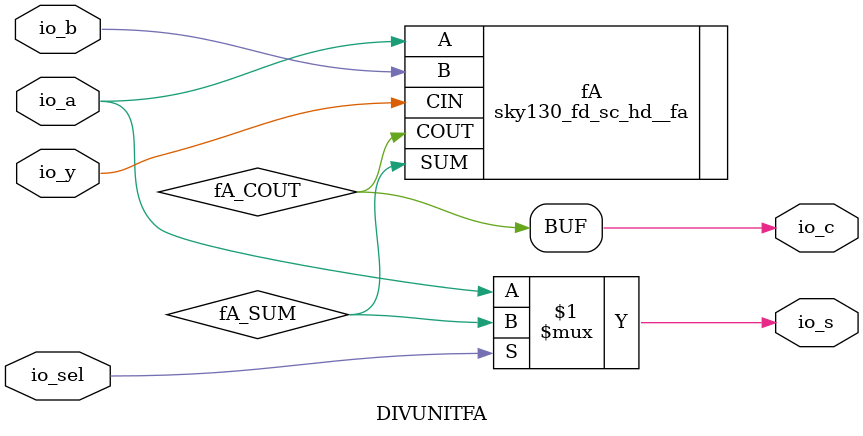
<source format=v>

`ifdef TIMESCALE
`timescale 1ns/1ps
`endif

module TT06MULDIV8Top (
  input               ena /* verilator public */ ,
  output reg [7:0]    uo_out /* verilator public */ ,
  input      [7:0]    ui_in /* verilator public */ ,
  output reg [7:0]    uio_out /* verilator public */ ,
  input      [7:0]    uio_in /* verilator public */ ,
  output reg [7:0]    uio_oe /* verilator public */ ,
  input               simulation_z /* verilator public */ ,
  input               rst_n,
  input               clk
);

  wire                a0_0_D;
  wire                a0_0_RESET_B;
  wire                a0_1_D;
  wire                a0_1_RESET_B;
  wire                a0_2_D;
  wire                a0_2_RESET_B;
  wire                a0_3_D;
  wire                a0_3_RESET_B;
  wire                a0_4_D;
  wire                a0_4_RESET_B;
  wire                a0_5_D;
  wire                a0_5_RESET_B;
  wire                a0_6_D;
  wire                a0_6_RESET_B;
  wire                a0_7_D;
  wire                a0_7_RESET_B;
  wire                a1_0_D;
  wire                a1_0_RESET_B;
  wire                a1_1_D;
  wire                a1_1_RESET_B;
  wire                a1_2_D;
  wire                a1_2_RESET_B;
  wire                a1_3_D;
  wire                a1_3_RESET_B;
  wire                a1_4_D;
  wire                a1_4_RESET_B;
  wire                a1_5_D;
  wire                a1_5_RESET_B;
  wire                a1_6_D;
  wire                a1_6_RESET_B;
  wire                a1_7_D;
  wire                a1_7_RESET_B;
  wire                mul8_io_en;
  wire       [7:0]    mul8_io_a;
  wire       [7:0]    mul8_io_b;
  wire       [7:0]    div8_io_dend;
  wire       [7:0]    div8_io_dsor;
  wire                negedgeReg_1_area_io_q;
  wire                a0_0_Q;
  wire                a0_1_Q;
  wire                a0_2_Q;
  wire                a0_3_Q;
  wire                a0_4_Q;
  wire                a0_5_Q;
  wire                a0_6_Q;
  wire                a0_7_Q;
  wire                a1_0_Q;
  wire                a1_1_Q;
  wire                a1_2_Q;
  wire                a1_3_Q;
  wire                a1_4_Q;
  wire                a1_5_Q;
  wire                a1_6_Q;
  wire                a1_7_Q;
  wire       [15:0]   mul8_io_p;
  wire       [7:0]    div8_io_q;
  wire       [7:0]    div8_io_r;
  wire                div8_io_edivoverflow;
  wire                div8_io_edivzero;
  wire       [0:0]    addr;
  wire                opsigned;
  wire                muldivMode;
  reg                 div2reg;
  wire                a0open;
  wire                a1open;
  reg        [15:0]   regR;
  wire       [1:0]    switch_Misc_l226;
  reg        [7:0]    imm8;
  wire       [15:0]   res;
  wire                when_MULDIV8Top_l750;
  reg        [7:0]    regRbyte;
  reg        [3:0]    _zz_uio_oe;
  reg        [1:0]    _zz_uio_oe_1;
  function [3:0] zz__zz_uio_oe(input dummy);
    begin
      zz__zz_uio_oe[0] = 1'b0;
      zz__zz_uio_oe[1] = 1'b0;
      zz__zz_uio_oe[2] = 1'b0;
      zz__zz_uio_oe[3] = 1'b0;
    end
  endfunction
  wire [3:0] _zz_1;
  function [1:0] zz__zz_uio_oe_1(input dummy);
    begin
      zz__zz_uio_oe_1[0] = 1'b0;
      zz__zz_uio_oe_1[1] = 1'b0;
    end
  endfunction
  wire [1:0] _zz_2;

  NegedgeReg negedgeReg_1 (
    .area_io_en (1'b1                  ), //i
    .area_io_d  (div2reg               ), //i
    .area_io_q  (negedgeReg_1_area_io_q), //o
    .rst_n      (rst_n                 ), //i
    .clk        (clk                   )  //i
  );
  (* keep , syn_keep *) sky130_fd_sc_hd__dlrtp a0_0 (
    .D       (a0_0_D      ), //i
    .GATE    (a0open      ), //i
    .RESET_B (a0_0_RESET_B), //i
    .Q       (a0_0_Q      )  //o
  );
  (* keep , syn_keep *) sky130_fd_sc_hd__dlrtp a0_1 (
    .D       (a0_1_D      ), //i
    .GATE    (a0open      ), //i
    .RESET_B (a0_1_RESET_B), //i
    .Q       (a0_1_Q      )  //o
  );
  (* keep , syn_keep *) sky130_fd_sc_hd__dlrtp a0_2 (
    .D       (a0_2_D      ), //i
    .GATE    (a0open      ), //i
    .RESET_B (a0_2_RESET_B), //i
    .Q       (a0_2_Q      )  //o
  );
  (* keep , syn_keep *) sky130_fd_sc_hd__dlrtp a0_3 (
    .D       (a0_3_D      ), //i
    .GATE    (a0open      ), //i
    .RESET_B (a0_3_RESET_B), //i
    .Q       (a0_3_Q      )  //o
  );
  (* keep , syn_keep *) sky130_fd_sc_hd__dlrtp a0_4 (
    .D       (a0_4_D      ), //i
    .GATE    (a0open      ), //i
    .RESET_B (a0_4_RESET_B), //i
    .Q       (a0_4_Q      )  //o
  );
  (* keep , syn_keep *) sky130_fd_sc_hd__dlrtp a0_5 (
    .D       (a0_5_D      ), //i
    .GATE    (a0open      ), //i
    .RESET_B (a0_5_RESET_B), //i
    .Q       (a0_5_Q      )  //o
  );
  (* keep , syn_keep *) sky130_fd_sc_hd__dlrtp a0_6 (
    .D       (a0_6_D      ), //i
    .GATE    (a0open      ), //i
    .RESET_B (a0_6_RESET_B), //i
    .Q       (a0_6_Q      )  //o
  );
  (* keep , syn_keep *) sky130_fd_sc_hd__dlrtp a0_7 (
    .D       (a0_7_D      ), //i
    .GATE    (a0open      ), //i
    .RESET_B (a0_7_RESET_B), //i
    .Q       (a0_7_Q      )  //o
  );
  (* keep , syn_keep *) sky130_fd_sc_hd__dlrtp a1_0 (
    .D       (a1_0_D      ), //i
    .GATE    (a1open      ), //i
    .RESET_B (a1_0_RESET_B), //i
    .Q       (a1_0_Q      )  //o
  );
  (* keep , syn_keep *) sky130_fd_sc_hd__dlrtp a1_1 (
    .D       (a1_1_D      ), //i
    .GATE    (a1open      ), //i
    .RESET_B (a1_1_RESET_B), //i
    .Q       (a1_1_Q      )  //o
  );
  (* keep , syn_keep *) sky130_fd_sc_hd__dlrtp a1_2 (
    .D       (a1_2_D      ), //i
    .GATE    (a1open      ), //i
    .RESET_B (a1_2_RESET_B), //i
    .Q       (a1_2_Q      )  //o
  );
  (* keep , syn_keep *) sky130_fd_sc_hd__dlrtp a1_3 (
    .D       (a1_3_D      ), //i
    .GATE    (a1open      ), //i
    .RESET_B (a1_3_RESET_B), //i
    .Q       (a1_3_Q      )  //o
  );
  (* keep , syn_keep *) sky130_fd_sc_hd__dlrtp a1_4 (
    .D       (a1_4_D      ), //i
    .GATE    (a1open      ), //i
    .RESET_B (a1_4_RESET_B), //i
    .Q       (a1_4_Q      )  //o
  );
  (* keep , syn_keep *) sky130_fd_sc_hd__dlrtp a1_5 (
    .D       (a1_5_D      ), //i
    .GATE    (a1open      ), //i
    .RESET_B (a1_5_RESET_B), //i
    .Q       (a1_5_Q      )  //o
  );
  (* keep , syn_keep *) sky130_fd_sc_hd__dlrtp a1_6 (
    .D       (a1_6_D      ), //i
    .GATE    (a1open      ), //i
    .RESET_B (a1_6_RESET_B), //i
    .Q       (a1_6_Q      )  //o
  );
  (* keep , syn_keep *) sky130_fd_sc_hd__dlrtp a1_7 (
    .D       (a1_7_D      ), //i
    .GATE    (a1open      ), //i
    .RESET_B (a1_7_RESET_B), //i
    .Q       (a1_7_Q      )  //o
  );
  Mul mul8 (
    .io_en       (mul8_io_en     ), //i
    .io_opsigned (opsigned       ), //i
    .io_a        (mul8_io_a[7:0] ), //i
    .io_b        (mul8_io_b[7:0] ), //i
    .io_p        (mul8_io_p[15:0])  //o
  );
  Div div8 (
    .io_en           (muldivMode          ), //i
    .io_opsigned     (opsigned            ), //i
    .io_dend         (div8_io_dend[7:0]   ), //i
    .io_dsor         (div8_io_dsor[7:0]   ), //i
    .io_q            (div8_io_q[7:0]      ), //o
    .io_r            (div8_io_r[7:0]      ), //o
    .io_edivoverflow (div8_io_edivoverflow), //o
    .io_edivzero     (div8_io_edivzero    )  //o
  );
  always @(*) begin
    uo_out = 8'bxxxxxxxx;
    uo_out = (uio_in[3] ? regRbyte : imm8);
  end

  always @(*) begin
    uio_out = 8'bxxxxxxxx;
    uio_out[3 : 0] = 4'b0000;
    uio_out[4] = div8_io_edivoverflow;
    uio_out[5] = div8_io_edivzero;
    uio_out[7 : 6] = 2'b00;
  end

  always @(*) begin
    uio_oe = 8'h0a;
    uio_oe[3 : 0] = _zz_uio_oe;
    uio_oe[4] = 1'b1;
    uio_oe[5] = 1'b1;
    uio_oe[7 : 6] = _zz_uio_oe_1;
  end

  assign addr = uio_in[0 : 0];
  assign opsigned = uio_in[6];
  assign muldivMode = uio_in[7];
  assign a0open = ((! div2reg) && negedgeReg_1_area_io_q);
  assign a1open = (div2reg && (! negedgeReg_1_area_io_q));
  assign a0_0_RESET_B = (! (! rst_n));
  assign a0_0_D = ui_in[0];
  assign a0_1_RESET_B = (! (! rst_n));
  assign a0_1_D = ui_in[1];
  assign a0_2_RESET_B = (! (! rst_n));
  assign a0_2_D = ui_in[2];
  assign a0_3_RESET_B = (! (! rst_n));
  assign a0_3_D = ui_in[3];
  assign a0_4_RESET_B = (! (! rst_n));
  assign a0_4_D = ui_in[4];
  assign a0_5_RESET_B = (! (! rst_n));
  assign a0_5_D = ui_in[5];
  assign a0_6_RESET_B = (! (! rst_n));
  assign a0_6_D = ui_in[6];
  assign a0_7_RESET_B = (! (! rst_n));
  assign a0_7_D = ui_in[7];
  assign a1_0_RESET_B = (! (! rst_n));
  assign a1_0_D = ui_in[0];
  assign a1_1_RESET_B = (! (! rst_n));
  assign a1_1_D = ui_in[1];
  assign a1_2_RESET_B = (! (! rst_n));
  assign a1_2_D = ui_in[2];
  assign a1_3_RESET_B = (! (! rst_n));
  assign a1_3_D = ui_in[3];
  assign a1_4_RESET_B = (! (! rst_n));
  assign a1_4_D = ui_in[4];
  assign a1_5_RESET_B = (! (! rst_n));
  assign a1_5_D = ui_in[5];
  assign a1_6_RESET_B = (! (! rst_n));
  assign a1_6_D = ui_in[6];
  assign a1_7_RESET_B = (! (! rst_n));
  assign a1_7_D = ui_in[7];
  assign mul8_io_en = (! muldivMode);
  assign mul8_io_a = {a0_7_Q,{a0_6_Q,{a0_5_Q,{a0_4_Q,{a0_3_Q,{a0_2_Q,{a0_1_Q,a0_0_Q}}}}}}};
  assign mul8_io_b = {a1_7_Q,{a1_6_Q,{a1_5_Q,{a1_4_Q,{a1_3_Q,{a1_2_Q,{a1_1_Q,a1_0_Q}}}}}}};
  assign div8_io_dsor = {a0_7_Q,{a0_6_Q,{a0_5_Q,{a0_4_Q,{a0_3_Q,{a0_2_Q,{a0_1_Q,a0_0_Q}}}}}}};
  assign div8_io_dend = {a1_7_Q,{a1_6_Q,{a1_5_Q,{a1_4_Q,{a1_3_Q,{a1_2_Q,{a1_1_Q,a1_0_Q}}}}}}};
  assign switch_Misc_l226 = {muldivMode,addr};
  always @(*) begin
    case(switch_Misc_l226)
      2'b00 : begin
        imm8 = mul8_io_p[7 : 0];
      end
      2'b01 : begin
        imm8 = mul8_io_p[15 : 8];
      end
      2'b10 : begin
        imm8 = div8_io_r[7 : 0];
      end
      default : begin
        imm8 = div8_io_q[7 : 0];
      end
    endcase
  end

  assign res = (muldivMode ? {div8_io_q,div8_io_r} : mul8_io_p);
  assign when_MULDIV8Top_l750 = (addr == 1'b1);
  always @(*) begin
    case(addr)
      1'b1 : begin
        regRbyte = regR[15 : 8];
      end
      default : begin
        regRbyte = regR[7 : 0];
      end
    endcase
  end

  assign _zz_1 = zz__zz_uio_oe(1'b0);
  always @(*) _zz_uio_oe = _zz_1;
  assign _zz_2 = zz__zz_uio_oe_1(1'b0);
  always @(*) _zz_uio_oe_1 = _zz_2;
  always @(posedge clk) begin
    if(!rst_n) begin
      div2reg <= 1'b0;
    end else begin
      div2reg <= (! div2reg);
    end
  end

  always @(posedge clk) begin
    if(when_MULDIV8Top_l750) begin
      regR <= res;
    end
  end


endmodule

module Div (
  input               io_en,
  input               io_opsigned,
  input      [7:0]    io_dend,
  input      [7:0]    io_dsor,
  output reg [7:0]    io_q,
  output reg [7:0]    io_r,
  output              io_edivoverflow,
  output              io_edivzero
);

  wire                HAD_DVD_TWOS_0_A;
  wire                HAD_DVD_TWOS_0_B;
  wire                HAD_DVD_TWOS_1_A;
  wire                HAD_DVD_TWOS_2_A;
  wire                HAD_DVD_TWOS_3_A;
  wire                HAD_DVD_TWOS_4_A;
  wire                HAD_DVD_TWOS_5_A;
  wire                HAD_DVD_TWOS_6_A;
  wire                HAD_DVD_TWOS_7_A;
  wire                HAR0_SIGN_A;
  wire                HAR1_SIGN_A;
  wire                HAR2_SIGN_A;
  wire                HAR3_SIGN_A;
  wire                HAR4_SIGN_A;
  wire                HAR5_SIGN_A;
  wire                HAR6_SIGN_A;
  wire                HAR7_SIGN_A;
  wire                HAQ0_SIGN_A;
  wire                HAQ1_SIGN_A;
  wire                HAQ2_SIGN_A;
  wire                HAQ3_SIGN_A;
  wire                HAQ4_SIGN_A;
  wire                HAQ5_SIGN_A;
  wire                HAQ6_SIGN_A;
  wire                HAQ7_SIGN_A;
  wire                HAD_DVD_TWOS_0_COUT;
  wire                HAD_DVD_TWOS_0_SUM;
  wire                HAD_DVD_TWOS_1_COUT;
  wire                HAD_DVD_TWOS_1_SUM;
  wire                HAD_DVD_TWOS_2_COUT;
  wire                HAD_DVD_TWOS_2_SUM;
  wire                HAD_DVD_TWOS_3_COUT;
  wire                HAD_DVD_TWOS_3_SUM;
  wire                HAD_DVD_TWOS_4_COUT;
  wire                HAD_DVD_TWOS_4_SUM;
  wire                HAD_DVD_TWOS_5_COUT;
  wire                HAD_DVD_TWOS_5_SUM;
  wire                HAD_DVD_TWOS_6_COUT;
  wire                HAD_DVD_TWOS_6_SUM;
  wire                HAD_DVD_TWOS_7_COUT;
  wire                HAD_DVD_TWOS_7_SUM;
  wire                DU_Q0D0d8_EXT_io_s;
  wire                DU_Q0D0d8_EXT_io_c;
  wire                DU_Q0D0d9_EXT_io_s;
  wire                DU_Q0D0d9_EXT_io_c;
  wire                DU_Q0D0d10_EXT_io_s;
  wire                DU_Q0D0d10_EXT_io_c;
  wire                DU_Q0D0d11_EXT_io_s;
  wire                DU_Q0D0d11_EXT_io_c;
  wire                DU_Q0D0d12_EXT_io_s;
  wire                DU_Q0D0d12_EXT_io_c;
  wire                DU_Q0D0d0_io_s;
  wire                DU_Q0D0d0_io_c;
  wire                DU_Q0D0d1_io_s;
  wire                DU_Q0D0d1_io_c;
  wire                DU_Q0D0d2_io_s;
  wire                DU_Q0D0d2_io_c;
  wire                DU_Q0D0d3_io_s;
  wire                DU_Q0D0d3_io_c;
  wire                DU_Q0D0d4_io_s;
  wire                DU_Q0D0d4_io_c;
  wire                DU_Q0D0d5_io_s;
  wire                DU_Q0D0d5_io_c;
  wire                DU_Q0D0d6_io_s;
  wire                DU_Q0D0d6_io_c;
  wire                DU_Q0D0d7_io_s;
  wire                DU_Q0D0d7_io_c;
  wire                DU_Q1D1d8_EXT_io_s;
  wire                DU_Q1D1d8_EXT_io_c;
  wire                DU_Q1D1d9_EXT_io_s;
  wire                DU_Q1D1d9_EXT_io_c;
  wire                DU_Q1D1d10_EXT_io_s;
  wire                DU_Q1D1d10_EXT_io_c;
  wire                DU_Q1D1d11_EXT_io_s;
  wire                DU_Q1D1d11_EXT_io_c;
  wire                DU_Q1D1d12_EXT_io_s;
  wire                DU_Q1D1d12_EXT_io_c;
  wire                DU_Q1D1d0_io_s;
  wire                DU_Q1D1d0_io_c;
  wire                DU_Q1D1d1_io_s;
  wire                DU_Q1D1d1_io_c;
  wire                DU_Q1D1d2_io_s;
  wire                DU_Q1D1d2_io_c;
  wire                DU_Q1D1d3_io_s;
  wire                DU_Q1D1d3_io_c;
  wire                DU_Q1D1d4_io_s;
  wire                DU_Q1D1d4_io_c;
  wire                DU_Q1D1d5_io_s;
  wire                DU_Q1D1d5_io_c;
  wire                DU_Q1D1d6_io_s;
  wire                DU_Q1D1d6_io_c;
  wire                DU_Q1D1d7_io_s;
  wire                DU_Q1D1d7_io_c;
  wire                DU_Q2D2d8_EXT_io_s;
  wire                DU_Q2D2d8_EXT_io_c;
  wire                DU_Q2D2d9_EXT_io_s;
  wire                DU_Q2D2d9_EXT_io_c;
  wire                DU_Q2D2d10_EXT_io_s;
  wire                DU_Q2D2d10_EXT_io_c;
  wire                DU_Q2D2d11_EXT_io_s;
  wire                DU_Q2D2d11_EXT_io_c;
  wire                DU_Q2D2d0_io_s;
  wire                DU_Q2D2d0_io_c;
  wire                DU_Q2D2d1_io_s;
  wire                DU_Q2D2d1_io_c;
  wire                DU_Q2D2d2_io_s;
  wire                DU_Q2D2d2_io_c;
  wire                DU_Q2D2d3_io_s;
  wire                DU_Q2D2d3_io_c;
  wire                DU_Q2D2d4_io_s;
  wire                DU_Q2D2d4_io_c;
  wire                DU_Q2D2d5_io_s;
  wire                DU_Q2D2d5_io_c;
  wire                DU_Q2D2d6_io_s;
  wire                DU_Q2D2d6_io_c;
  wire                DU_Q2D2d7_io_s;
  wire                DU_Q2D2d7_io_c;
  wire                DU_Q3D3d8_EXT_io_s;
  wire                DU_Q3D3d8_EXT_io_c;
  wire                DU_Q3D3d9_EXT_io_s;
  wire                DU_Q3D3d9_EXT_io_c;
  wire                DU_Q3D3d10_EXT_io_s;
  wire                DU_Q3D3d10_EXT_io_c;
  wire                DU_Q3D3d0_io_s;
  wire                DU_Q3D3d0_io_c;
  wire                DU_Q3D3d1_io_s;
  wire                DU_Q3D3d1_io_c;
  wire                DU_Q3D3d2_io_s;
  wire                DU_Q3D3d2_io_c;
  wire                DU_Q3D3d3_io_s;
  wire                DU_Q3D3d3_io_c;
  wire                DU_Q3D3d4_io_s;
  wire                DU_Q3D3d4_io_c;
  wire                DU_Q3D3d5_io_s;
  wire                DU_Q3D3d5_io_c;
  wire                DU_Q3D3d6_io_s;
  wire                DU_Q3D3d6_io_c;
  wire                DU_Q3D3d7_io_s;
  wire                DU_Q3D3d7_io_c;
  wire                DU_Q4D4d8_EXT_io_s;
  wire                DU_Q4D4d8_EXT_io_c;
  wire                DU_Q4D4d9_EXT_io_s;
  wire                DU_Q4D4d9_EXT_io_c;
  wire                DU_Q4D4d0_io_s;
  wire                DU_Q4D4d0_io_c;
  wire                DU_Q4D4d1_io_s;
  wire                DU_Q4D4d1_io_c;
  wire                DU_Q4D4d2_io_s;
  wire                DU_Q4D4d2_io_c;
  wire                DU_Q4D4d3_io_s;
  wire                DU_Q4D4d3_io_c;
  wire                DU_Q4D4d4_io_s;
  wire                DU_Q4D4d4_io_c;
  wire                DU_Q4D4d5_io_s;
  wire                DU_Q4D4d5_io_c;
  wire                DU_Q4D4d6_io_s;
  wire                DU_Q4D4d6_io_c;
  wire                DU_Q4D4d7_io_s;
  wire                DU_Q4D4d7_io_c;
  wire                DU_Q5D5d8_EXT_io_s;
  wire                DU_Q5D5d8_EXT_io_c;
  wire                DU_Q5D5d0_io_s;
  wire                DU_Q5D5d0_io_c;
  wire                DU_Q5D5d1_io_s;
  wire                DU_Q5D5d1_io_c;
  wire                DU_Q5D5d2_io_s;
  wire                DU_Q5D5d2_io_c;
  wire                DU_Q5D5d3_io_s;
  wire                DU_Q5D5d3_io_c;
  wire                DU_Q5D5d4_io_s;
  wire                DU_Q5D5d4_io_c;
  wire                DU_Q5D5d5_io_s;
  wire                DU_Q5D5d5_io_c;
  wire                DU_Q5D5d6_io_s;
  wire                DU_Q5D5d6_io_c;
  wire                DU_Q5D5d7_io_s;
  wire                DU_Q5D5d7_io_c;
  wire                DU_Q6D6d0_io_s;
  wire                DU_Q6D6d0_io_c;
  wire                DU_Q6D6d1_io_s;
  wire                DU_Q6D6d1_io_c;
  wire                DU_Q6D6d2_io_s;
  wire                DU_Q6D6d2_io_c;
  wire                DU_Q6D6d3_io_s;
  wire                DU_Q6D6d3_io_c;
  wire                DU_Q6D6d4_io_s;
  wire                DU_Q6D6d4_io_c;
  wire                DU_Q6D6d5_io_s;
  wire                DU_Q6D6d5_io_c;
  wire                DU_Q6D6d6_io_s;
  wire                DU_Q6D6d6_io_c;
  wire                DU_Q6D6d7_io_s;
  wire                DU_Q6D6d7_io_c;
  wire                DU_Q7D7d0_io_s;
  wire                DU_Q7D7d0_io_c;
  wire                DU_Q7D7d1_io_s;
  wire                DU_Q7D7d1_io_c;
  wire                DU_Q7D7d2_io_s;
  wire                DU_Q7D7d2_io_c;
  wire                DU_Q7D7d3_io_s;
  wire                DU_Q7D7d3_io_c;
  wire                DU_Q7D7d4_io_s;
  wire                DU_Q7D7d4_io_c;
  wire                DU_Q7D7d5_io_s;
  wire                DU_Q7D7d5_io_c;
  wire                DU_Q7D7d6_io_s;
  wire                DU_Q7D7d6_io_c;
  wire                DU_Q7D7d7_io_s;
  wire                DU_Q7D7d7_io_c;
  wire                HAR0_SIGN_COUT;
  wire                HAR0_SIGN_SUM;
  wire                HAR1_SIGN_COUT;
  wire                HAR1_SIGN_SUM;
  wire                HAR2_SIGN_COUT;
  wire                HAR2_SIGN_SUM;
  wire                HAR3_SIGN_COUT;
  wire                HAR3_SIGN_SUM;
  wire                HAR4_SIGN_COUT;
  wire                HAR4_SIGN_SUM;
  wire                HAR5_SIGN_COUT;
  wire                HAR5_SIGN_SUM;
  wire                HAR6_SIGN_COUT;
  wire                HAR6_SIGN_SUM;
  wire                HAR7_SIGN_COUT;
  wire                HAR7_SIGN_SUM;
  wire                HAQ0_SIGN_COUT;
  wire                HAQ0_SIGN_SUM;
  wire                HAQ1_SIGN_COUT;
  wire                HAQ1_SIGN_SUM;
  wire                HAQ2_SIGN_COUT;
  wire                HAQ2_SIGN_SUM;
  wire                HAQ3_SIGN_COUT;
  wire                HAQ3_SIGN_SUM;
  wire                HAQ4_SIGN_COUT;
  wire                HAQ4_SIGN_SUM;
  wire                HAQ5_SIGN_COUT;
  wire                HAQ5_SIGN_SUM;
  wire                HAQ6_SIGN_COUT;
  wire                HAQ6_SIGN_SUM;
  wire                HAQ7_SIGN_COUT;
  wire                HAQ7_SIGN_SUM;
  wire       [0:0]    _zz_B;
  wire                isZero;
  wire                dvdTwosEn;
  wire                dvrTwosEn;
  wire                dvrTwosEnInverted;
  wire                qSign;
  wire                hadDvdTwosS_0;
  wire                hadDvdTwosS_1;
  wire                hadDvdTwosS_2;
  wire                hadDvdTwosS_3;
  wire                hadDvdTwosS_4;
  wire                hadDvdTwosS_5;
  wire                hadDvdTwosS_6;
  wire                hadDvdTwosS_7;
  wire                xorDvr_0;
  wire                xorDvr_1;
  wire                xorDvr_2;
  wire                xorDvr_3;
  wire                xorDvr_4;
  wire                xorDvr_5;
  wire                xorDvr_6;
  wire                xorDvr_7;

  assign _zz_B = dvdTwosEn;
  (* keep , syn_keep *) sky130_fd_sc_hd__ha HAD_DVD_TWOS_0 (
    .A    (HAD_DVD_TWOS_0_A   ), //i
    .B    (HAD_DVD_TWOS_0_B   ), //i
    .COUT (HAD_DVD_TWOS_0_COUT), //o
    .SUM  (HAD_DVD_TWOS_0_SUM )  //o
  );
  (* keep , syn_keep *) sky130_fd_sc_hd__ha HAD_DVD_TWOS_1 (
    .A    (HAD_DVD_TWOS_1_A   ), //i
    .B    (HAD_DVD_TWOS_0_COUT), //i
    .COUT (HAD_DVD_TWOS_1_COUT), //o
    .SUM  (HAD_DVD_TWOS_1_SUM )  //o
  );
  (* keep , syn_keep *) sky130_fd_sc_hd__ha HAD_DVD_TWOS_2 (
    .A    (HAD_DVD_TWOS_2_A   ), //i
    .B    (HAD_DVD_TWOS_1_COUT), //i
    .COUT (HAD_DVD_TWOS_2_COUT), //o
    .SUM  (HAD_DVD_TWOS_2_SUM )  //o
  );
  (* keep , syn_keep *) sky130_fd_sc_hd__ha HAD_DVD_TWOS_3 (
    .A    (HAD_DVD_TWOS_3_A   ), //i
    .B    (HAD_DVD_TWOS_2_COUT), //i
    .COUT (HAD_DVD_TWOS_3_COUT), //o
    .SUM  (HAD_DVD_TWOS_3_SUM )  //o
  );
  (* keep , syn_keep *) sky130_fd_sc_hd__ha HAD_DVD_TWOS_4 (
    .A    (HAD_DVD_TWOS_4_A   ), //i
    .B    (HAD_DVD_TWOS_3_COUT), //i
    .COUT (HAD_DVD_TWOS_4_COUT), //o
    .SUM  (HAD_DVD_TWOS_4_SUM )  //o
  );
  (* keep , syn_keep *) sky130_fd_sc_hd__ha HAD_DVD_TWOS_5 (
    .A    (HAD_DVD_TWOS_5_A   ), //i
    .B    (HAD_DVD_TWOS_4_COUT), //i
    .COUT (HAD_DVD_TWOS_5_COUT), //o
    .SUM  (HAD_DVD_TWOS_5_SUM )  //o
  );
  (* keep , syn_keep *) sky130_fd_sc_hd__ha HAD_DVD_TWOS_6 (
    .A    (HAD_DVD_TWOS_6_A   ), //i
    .B    (HAD_DVD_TWOS_5_COUT), //i
    .COUT (HAD_DVD_TWOS_6_COUT), //o
    .SUM  (HAD_DVD_TWOS_6_SUM )  //o
  );
  (* keep , syn_keep *) sky130_fd_sc_hd__ha HAD_DVD_TWOS_7 (
    .A    (HAD_DVD_TWOS_7_A   ), //i
    .B    (HAD_DVD_TWOS_6_COUT), //i
    .COUT (HAD_DVD_TWOS_7_COUT), //o
    .SUM  (HAD_DVD_TWOS_7_SUM )  //o
  );
  DIVUNITFA DU_Q0D0d8_EXT (
    .io_a   (DU_Q1D1d7_io_s     ), //i
    .io_b   (1'b1               ), //i
    .io_y   (DU_Q0D0d7_io_c     ), //i
    .io_sel (DU_Q0D0d12_EXT_io_c), //i
    .io_s   (DU_Q0D0d8_EXT_io_s ), //o
    .io_c   (DU_Q0D0d8_EXT_io_c )  //o
  );
  DIVUNITFA DU_Q0D0d9_EXT (
    .io_a   (DU_Q1D1d8_EXT_io_s ), //i
    .io_b   (1'b1               ), //i
    .io_y   (DU_Q0D0d8_EXT_io_c ), //i
    .io_sel (DU_Q0D0d12_EXT_io_c), //i
    .io_s   (DU_Q0D0d9_EXT_io_s ), //o
    .io_c   (DU_Q0D0d9_EXT_io_c )  //o
  );
  DIVUNITFA DU_Q0D0d10_EXT (
    .io_a   (DU_Q1D1d9_EXT_io_s ), //i
    .io_b   (1'b1               ), //i
    .io_y   (DU_Q0D0d9_EXT_io_c ), //i
    .io_sel (DU_Q0D0d12_EXT_io_c), //i
    .io_s   (DU_Q0D0d10_EXT_io_s), //o
    .io_c   (DU_Q0D0d10_EXT_io_c)  //o
  );
  DIVUNITFA DU_Q0D0d11_EXT (
    .io_a   (DU_Q1D1d10_EXT_io_s), //i
    .io_b   (1'b1               ), //i
    .io_y   (DU_Q0D0d10_EXT_io_c), //i
    .io_sel (DU_Q0D0d12_EXT_io_c), //i
    .io_s   (DU_Q0D0d11_EXT_io_s), //o
    .io_c   (DU_Q0D0d11_EXT_io_c)  //o
  );
  DIVUNITFA DU_Q0D0d12_EXT (
    .io_a   (DU_Q1D1d11_EXT_io_s), //i
    .io_b   (1'b1               ), //i
    .io_y   (DU_Q0D0d11_EXT_io_c), //i
    .io_sel (DU_Q0D0d12_EXT_io_c), //i
    .io_s   (DU_Q0D0d12_EXT_io_s), //o
    .io_c   (DU_Q0D0d12_EXT_io_c)  //o
  );
  DIVUNITFA DU_Q0D0d0 (
    .io_a   (hadDvdTwosS_0      ), //i
    .io_b   (xorDvr_0           ), //i
    .io_y   (dvrTwosEnInverted  ), //i
    .io_sel (DU_Q0D0d12_EXT_io_c), //i
    .io_s   (DU_Q0D0d0_io_s     ), //o
    .io_c   (DU_Q0D0d0_io_c     )  //o
  );
  DIVUNITFA DU_Q0D0d1 (
    .io_a   (DU_Q1D1d0_io_s     ), //i
    .io_b   (xorDvr_1           ), //i
    .io_y   (DU_Q0D0d0_io_c     ), //i
    .io_sel (DU_Q0D0d12_EXT_io_c), //i
    .io_s   (DU_Q0D0d1_io_s     ), //o
    .io_c   (DU_Q0D0d1_io_c     )  //o
  );
  DIVUNITFA DU_Q0D0d2 (
    .io_a   (DU_Q1D1d1_io_s     ), //i
    .io_b   (xorDvr_2           ), //i
    .io_y   (DU_Q0D0d1_io_c     ), //i
    .io_sel (DU_Q0D0d12_EXT_io_c), //i
    .io_s   (DU_Q0D0d2_io_s     ), //o
    .io_c   (DU_Q0D0d2_io_c     )  //o
  );
  DIVUNITFA DU_Q0D0d3 (
    .io_a   (DU_Q1D1d2_io_s     ), //i
    .io_b   (xorDvr_3           ), //i
    .io_y   (DU_Q0D0d2_io_c     ), //i
    .io_sel (DU_Q0D0d12_EXT_io_c), //i
    .io_s   (DU_Q0D0d3_io_s     ), //o
    .io_c   (DU_Q0D0d3_io_c     )  //o
  );
  DIVUNITFA DU_Q0D0d4 (
    .io_a   (DU_Q1D1d3_io_s     ), //i
    .io_b   (xorDvr_4           ), //i
    .io_y   (DU_Q0D0d3_io_c     ), //i
    .io_sel (DU_Q0D0d12_EXT_io_c), //i
    .io_s   (DU_Q0D0d4_io_s     ), //o
    .io_c   (DU_Q0D0d4_io_c     )  //o
  );
  DIVUNITFA DU_Q0D0d5 (
    .io_a   (DU_Q1D1d4_io_s     ), //i
    .io_b   (xorDvr_5           ), //i
    .io_y   (DU_Q0D0d4_io_c     ), //i
    .io_sel (DU_Q0D0d12_EXT_io_c), //i
    .io_s   (DU_Q0D0d5_io_s     ), //o
    .io_c   (DU_Q0D0d5_io_c     )  //o
  );
  DIVUNITFA DU_Q0D0d6 (
    .io_a   (DU_Q1D1d5_io_s     ), //i
    .io_b   (xorDvr_6           ), //i
    .io_y   (DU_Q0D0d5_io_c     ), //i
    .io_sel (DU_Q0D0d12_EXT_io_c), //i
    .io_s   (DU_Q0D0d6_io_s     ), //o
    .io_c   (DU_Q0D0d6_io_c     )  //o
  );
  DIVUNITFA DU_Q0D0d7 (
    .io_a   (DU_Q1D1d6_io_s     ), //i
    .io_b   (xorDvr_7           ), //i
    .io_y   (DU_Q0D0d6_io_c     ), //i
    .io_sel (DU_Q0D0d12_EXT_io_c), //i
    .io_s   (DU_Q0D0d7_io_s     ), //o
    .io_c   (DU_Q0D0d7_io_c     )  //o
  );
  DIVUNITFA DU_Q1D1d8_EXT (
    .io_a   (DU_Q2D2d7_io_s     ), //i
    .io_b   (1'b1               ), //i
    .io_y   (DU_Q1D1d7_io_c     ), //i
    .io_sel (DU_Q1D1d12_EXT_io_c), //i
    .io_s   (DU_Q1D1d8_EXT_io_s ), //o
    .io_c   (DU_Q1D1d8_EXT_io_c )  //o
  );
  DIVUNITFA DU_Q1D1d9_EXT (
    .io_a   (DU_Q2D2d8_EXT_io_s ), //i
    .io_b   (1'b1               ), //i
    .io_y   (DU_Q1D1d8_EXT_io_c ), //i
    .io_sel (DU_Q1D1d12_EXT_io_c), //i
    .io_s   (DU_Q1D1d9_EXT_io_s ), //o
    .io_c   (DU_Q1D1d9_EXT_io_c )  //o
  );
  DIVUNITFA DU_Q1D1d10_EXT (
    .io_a   (DU_Q2D2d9_EXT_io_s ), //i
    .io_b   (1'b1               ), //i
    .io_y   (DU_Q1D1d9_EXT_io_c ), //i
    .io_sel (DU_Q1D1d12_EXT_io_c), //i
    .io_s   (DU_Q1D1d10_EXT_io_s), //o
    .io_c   (DU_Q1D1d10_EXT_io_c)  //o
  );
  DIVUNITFA DU_Q1D1d11_EXT (
    .io_a   (DU_Q2D2d10_EXT_io_s), //i
    .io_b   (1'b1               ), //i
    .io_y   (DU_Q1D1d10_EXT_io_c), //i
    .io_sel (DU_Q1D1d12_EXT_io_c), //i
    .io_s   (DU_Q1D1d11_EXT_io_s), //o
    .io_c   (DU_Q1D1d11_EXT_io_c)  //o
  );
  DIVUNITFA DU_Q1D1d12_EXT (
    .io_a   (DU_Q2D2d11_EXT_io_s), //i
    .io_b   (1'b1               ), //i
    .io_y   (DU_Q1D1d11_EXT_io_c), //i
    .io_sel (DU_Q1D1d12_EXT_io_c), //i
    .io_s   (DU_Q1D1d12_EXT_io_s), //o
    .io_c   (DU_Q1D1d12_EXT_io_c)  //o
  );
  DIVUNITFA DU_Q1D1d0 (
    .io_a   (hadDvdTwosS_1      ), //i
    .io_b   (xorDvr_0           ), //i
    .io_y   (dvrTwosEnInverted  ), //i
    .io_sel (DU_Q1D1d12_EXT_io_c), //i
    .io_s   (DU_Q1D1d0_io_s     ), //o
    .io_c   (DU_Q1D1d0_io_c     )  //o
  );
  DIVUNITFA DU_Q1D1d1 (
    .io_a   (DU_Q2D2d0_io_s     ), //i
    .io_b   (xorDvr_1           ), //i
    .io_y   (DU_Q1D1d0_io_c     ), //i
    .io_sel (DU_Q1D1d12_EXT_io_c), //i
    .io_s   (DU_Q1D1d1_io_s     ), //o
    .io_c   (DU_Q1D1d1_io_c     )  //o
  );
  DIVUNITFA DU_Q1D1d2 (
    .io_a   (DU_Q2D2d1_io_s     ), //i
    .io_b   (xorDvr_2           ), //i
    .io_y   (DU_Q1D1d1_io_c     ), //i
    .io_sel (DU_Q1D1d12_EXT_io_c), //i
    .io_s   (DU_Q1D1d2_io_s     ), //o
    .io_c   (DU_Q1D1d2_io_c     )  //o
  );
  DIVUNITFA DU_Q1D1d3 (
    .io_a   (DU_Q2D2d2_io_s     ), //i
    .io_b   (xorDvr_3           ), //i
    .io_y   (DU_Q1D1d2_io_c     ), //i
    .io_sel (DU_Q1D1d12_EXT_io_c), //i
    .io_s   (DU_Q1D1d3_io_s     ), //o
    .io_c   (DU_Q1D1d3_io_c     )  //o
  );
  DIVUNITFA DU_Q1D1d4 (
    .io_a   (DU_Q2D2d3_io_s     ), //i
    .io_b   (xorDvr_4           ), //i
    .io_y   (DU_Q1D1d3_io_c     ), //i
    .io_sel (DU_Q1D1d12_EXT_io_c), //i
    .io_s   (DU_Q1D1d4_io_s     ), //o
    .io_c   (DU_Q1D1d4_io_c     )  //o
  );
  DIVUNITFA DU_Q1D1d5 (
    .io_a   (DU_Q2D2d4_io_s     ), //i
    .io_b   (xorDvr_5           ), //i
    .io_y   (DU_Q1D1d4_io_c     ), //i
    .io_sel (DU_Q1D1d12_EXT_io_c), //i
    .io_s   (DU_Q1D1d5_io_s     ), //o
    .io_c   (DU_Q1D1d5_io_c     )  //o
  );
  DIVUNITFA DU_Q1D1d6 (
    .io_a   (DU_Q2D2d5_io_s     ), //i
    .io_b   (xorDvr_6           ), //i
    .io_y   (DU_Q1D1d5_io_c     ), //i
    .io_sel (DU_Q1D1d12_EXT_io_c), //i
    .io_s   (DU_Q1D1d6_io_s     ), //o
    .io_c   (DU_Q1D1d6_io_c     )  //o
  );
  DIVUNITFA DU_Q1D1d7 (
    .io_a   (DU_Q2D2d6_io_s     ), //i
    .io_b   (xorDvr_7           ), //i
    .io_y   (DU_Q1D1d6_io_c     ), //i
    .io_sel (DU_Q1D1d12_EXT_io_c), //i
    .io_s   (DU_Q1D1d7_io_s     ), //o
    .io_c   (DU_Q1D1d7_io_c     )  //o
  );
  DIVUNITFA DU_Q2D2d8_EXT (
    .io_a   (DU_Q3D3d7_io_s     ), //i
    .io_b   (1'b1               ), //i
    .io_y   (DU_Q2D2d7_io_c     ), //i
    .io_sel (DU_Q2D2d11_EXT_io_c), //i
    .io_s   (DU_Q2D2d8_EXT_io_s ), //o
    .io_c   (DU_Q2D2d8_EXT_io_c )  //o
  );
  DIVUNITFA DU_Q2D2d9_EXT (
    .io_a   (DU_Q3D3d8_EXT_io_s ), //i
    .io_b   (1'b1               ), //i
    .io_y   (DU_Q2D2d8_EXT_io_c ), //i
    .io_sel (DU_Q2D2d11_EXT_io_c), //i
    .io_s   (DU_Q2D2d9_EXT_io_s ), //o
    .io_c   (DU_Q2D2d9_EXT_io_c )  //o
  );
  DIVUNITFA DU_Q2D2d10_EXT (
    .io_a   (DU_Q3D3d9_EXT_io_s ), //i
    .io_b   (1'b1               ), //i
    .io_y   (DU_Q2D2d9_EXT_io_c ), //i
    .io_sel (DU_Q2D2d11_EXT_io_c), //i
    .io_s   (DU_Q2D2d10_EXT_io_s), //o
    .io_c   (DU_Q2D2d10_EXT_io_c)  //o
  );
  DIVUNITFA DU_Q2D2d11_EXT (
    .io_a   (DU_Q3D3d10_EXT_io_s), //i
    .io_b   (1'b1               ), //i
    .io_y   (DU_Q2D2d10_EXT_io_c), //i
    .io_sel (DU_Q2D2d11_EXT_io_c), //i
    .io_s   (DU_Q2D2d11_EXT_io_s), //o
    .io_c   (DU_Q2D2d11_EXT_io_c)  //o
  );
  DIVUNITFA DU_Q2D2d0 (
    .io_a   (hadDvdTwosS_2      ), //i
    .io_b   (xorDvr_0           ), //i
    .io_y   (dvrTwosEnInverted  ), //i
    .io_sel (DU_Q2D2d11_EXT_io_c), //i
    .io_s   (DU_Q2D2d0_io_s     ), //o
    .io_c   (DU_Q2D2d0_io_c     )  //o
  );
  DIVUNITFA DU_Q2D2d1 (
    .io_a   (DU_Q3D3d0_io_s     ), //i
    .io_b   (xorDvr_1           ), //i
    .io_y   (DU_Q2D2d0_io_c     ), //i
    .io_sel (DU_Q2D2d11_EXT_io_c), //i
    .io_s   (DU_Q2D2d1_io_s     ), //o
    .io_c   (DU_Q2D2d1_io_c     )  //o
  );
  DIVUNITFA DU_Q2D2d2 (
    .io_a   (DU_Q3D3d1_io_s     ), //i
    .io_b   (xorDvr_2           ), //i
    .io_y   (DU_Q2D2d1_io_c     ), //i
    .io_sel (DU_Q2D2d11_EXT_io_c), //i
    .io_s   (DU_Q2D2d2_io_s     ), //o
    .io_c   (DU_Q2D2d2_io_c     )  //o
  );
  DIVUNITFA DU_Q2D2d3 (
    .io_a   (DU_Q3D3d2_io_s     ), //i
    .io_b   (xorDvr_3           ), //i
    .io_y   (DU_Q2D2d2_io_c     ), //i
    .io_sel (DU_Q2D2d11_EXT_io_c), //i
    .io_s   (DU_Q2D2d3_io_s     ), //o
    .io_c   (DU_Q2D2d3_io_c     )  //o
  );
  DIVUNITFA DU_Q2D2d4 (
    .io_a   (DU_Q3D3d3_io_s     ), //i
    .io_b   (xorDvr_4           ), //i
    .io_y   (DU_Q2D2d3_io_c     ), //i
    .io_sel (DU_Q2D2d11_EXT_io_c), //i
    .io_s   (DU_Q2D2d4_io_s     ), //o
    .io_c   (DU_Q2D2d4_io_c     )  //o
  );
  DIVUNITFA DU_Q2D2d5 (
    .io_a   (DU_Q3D3d4_io_s     ), //i
    .io_b   (xorDvr_5           ), //i
    .io_y   (DU_Q2D2d4_io_c     ), //i
    .io_sel (DU_Q2D2d11_EXT_io_c), //i
    .io_s   (DU_Q2D2d5_io_s     ), //o
    .io_c   (DU_Q2D2d5_io_c     )  //o
  );
  DIVUNITFA DU_Q2D2d6 (
    .io_a   (DU_Q3D3d5_io_s     ), //i
    .io_b   (xorDvr_6           ), //i
    .io_y   (DU_Q2D2d5_io_c     ), //i
    .io_sel (DU_Q2D2d11_EXT_io_c), //i
    .io_s   (DU_Q2D2d6_io_s     ), //o
    .io_c   (DU_Q2D2d6_io_c     )  //o
  );
  DIVUNITFA DU_Q2D2d7 (
    .io_a   (DU_Q3D3d6_io_s     ), //i
    .io_b   (xorDvr_7           ), //i
    .io_y   (DU_Q2D2d6_io_c     ), //i
    .io_sel (DU_Q2D2d11_EXT_io_c), //i
    .io_s   (DU_Q2D2d7_io_s     ), //o
    .io_c   (DU_Q2D2d7_io_c     )  //o
  );
  DIVUNITFA DU_Q3D3d8_EXT (
    .io_a   (DU_Q4D4d7_io_s     ), //i
    .io_b   (1'b1               ), //i
    .io_y   (DU_Q3D3d7_io_c     ), //i
    .io_sel (DU_Q3D3d10_EXT_io_c), //i
    .io_s   (DU_Q3D3d8_EXT_io_s ), //o
    .io_c   (DU_Q3D3d8_EXT_io_c )  //o
  );
  DIVUNITFA DU_Q3D3d9_EXT (
    .io_a   (DU_Q4D4d8_EXT_io_s ), //i
    .io_b   (1'b1               ), //i
    .io_y   (DU_Q3D3d8_EXT_io_c ), //i
    .io_sel (DU_Q3D3d10_EXT_io_c), //i
    .io_s   (DU_Q3D3d9_EXT_io_s ), //o
    .io_c   (DU_Q3D3d9_EXT_io_c )  //o
  );
  DIVUNITFA DU_Q3D3d10_EXT (
    .io_a   (DU_Q4D4d9_EXT_io_s ), //i
    .io_b   (1'b1               ), //i
    .io_y   (DU_Q3D3d9_EXT_io_c ), //i
    .io_sel (DU_Q3D3d10_EXT_io_c), //i
    .io_s   (DU_Q3D3d10_EXT_io_s), //o
    .io_c   (DU_Q3D3d10_EXT_io_c)  //o
  );
  DIVUNITFA DU_Q3D3d0 (
    .io_a   (hadDvdTwosS_3      ), //i
    .io_b   (xorDvr_0           ), //i
    .io_y   (dvrTwosEnInverted  ), //i
    .io_sel (DU_Q3D3d10_EXT_io_c), //i
    .io_s   (DU_Q3D3d0_io_s     ), //o
    .io_c   (DU_Q3D3d0_io_c     )  //o
  );
  DIVUNITFA DU_Q3D3d1 (
    .io_a   (DU_Q4D4d0_io_s     ), //i
    .io_b   (xorDvr_1           ), //i
    .io_y   (DU_Q3D3d0_io_c     ), //i
    .io_sel (DU_Q3D3d10_EXT_io_c), //i
    .io_s   (DU_Q3D3d1_io_s     ), //o
    .io_c   (DU_Q3D3d1_io_c     )  //o
  );
  DIVUNITFA DU_Q3D3d2 (
    .io_a   (DU_Q4D4d1_io_s     ), //i
    .io_b   (xorDvr_2           ), //i
    .io_y   (DU_Q3D3d1_io_c     ), //i
    .io_sel (DU_Q3D3d10_EXT_io_c), //i
    .io_s   (DU_Q3D3d2_io_s     ), //o
    .io_c   (DU_Q3D3d2_io_c     )  //o
  );
  DIVUNITFA DU_Q3D3d3 (
    .io_a   (DU_Q4D4d2_io_s     ), //i
    .io_b   (xorDvr_3           ), //i
    .io_y   (DU_Q3D3d2_io_c     ), //i
    .io_sel (DU_Q3D3d10_EXT_io_c), //i
    .io_s   (DU_Q3D3d3_io_s     ), //o
    .io_c   (DU_Q3D3d3_io_c     )  //o
  );
  DIVUNITFA DU_Q3D3d4 (
    .io_a   (DU_Q4D4d3_io_s     ), //i
    .io_b   (xorDvr_4           ), //i
    .io_y   (DU_Q3D3d3_io_c     ), //i
    .io_sel (DU_Q3D3d10_EXT_io_c), //i
    .io_s   (DU_Q3D3d4_io_s     ), //o
    .io_c   (DU_Q3D3d4_io_c     )  //o
  );
  DIVUNITFA DU_Q3D3d5 (
    .io_a   (DU_Q4D4d4_io_s     ), //i
    .io_b   (xorDvr_5           ), //i
    .io_y   (DU_Q3D3d4_io_c     ), //i
    .io_sel (DU_Q3D3d10_EXT_io_c), //i
    .io_s   (DU_Q3D3d5_io_s     ), //o
    .io_c   (DU_Q3D3d5_io_c     )  //o
  );
  DIVUNITFA DU_Q3D3d6 (
    .io_a   (DU_Q4D4d5_io_s     ), //i
    .io_b   (xorDvr_6           ), //i
    .io_y   (DU_Q3D3d5_io_c     ), //i
    .io_sel (DU_Q3D3d10_EXT_io_c), //i
    .io_s   (DU_Q3D3d6_io_s     ), //o
    .io_c   (DU_Q3D3d6_io_c     )  //o
  );
  DIVUNITFA DU_Q3D3d7 (
    .io_a   (DU_Q4D4d6_io_s     ), //i
    .io_b   (xorDvr_7           ), //i
    .io_y   (DU_Q3D3d6_io_c     ), //i
    .io_sel (DU_Q3D3d10_EXT_io_c), //i
    .io_s   (DU_Q3D3d7_io_s     ), //o
    .io_c   (DU_Q3D3d7_io_c     )  //o
  );
  DIVUNITFA DU_Q4D4d8_EXT (
    .io_a   (DU_Q5D5d7_io_s    ), //i
    .io_b   (1'b1              ), //i
    .io_y   (DU_Q4D4d7_io_c    ), //i
    .io_sel (DU_Q4D4d9_EXT_io_c), //i
    .io_s   (DU_Q4D4d8_EXT_io_s), //o
    .io_c   (DU_Q4D4d8_EXT_io_c)  //o
  );
  DIVUNITFA DU_Q4D4d9_EXT (
    .io_a   (DU_Q5D5d8_EXT_io_s), //i
    .io_b   (1'b1              ), //i
    .io_y   (DU_Q4D4d8_EXT_io_c), //i
    .io_sel (DU_Q4D4d9_EXT_io_c), //i
    .io_s   (DU_Q4D4d9_EXT_io_s), //o
    .io_c   (DU_Q4D4d9_EXT_io_c)  //o
  );
  DIVUNITFA DU_Q4D4d0 (
    .io_a   (hadDvdTwosS_4     ), //i
    .io_b   (xorDvr_0          ), //i
    .io_y   (dvrTwosEnInverted ), //i
    .io_sel (DU_Q4D4d9_EXT_io_c), //i
    .io_s   (DU_Q4D4d0_io_s    ), //o
    .io_c   (DU_Q4D4d0_io_c    )  //o
  );
  DIVUNITFA DU_Q4D4d1 (
    .io_a   (DU_Q5D5d0_io_s    ), //i
    .io_b   (xorDvr_1          ), //i
    .io_y   (DU_Q4D4d0_io_c    ), //i
    .io_sel (DU_Q4D4d9_EXT_io_c), //i
    .io_s   (DU_Q4D4d1_io_s    ), //o
    .io_c   (DU_Q4D4d1_io_c    )  //o
  );
  DIVUNITFA DU_Q4D4d2 (
    .io_a   (DU_Q5D5d1_io_s    ), //i
    .io_b   (xorDvr_2          ), //i
    .io_y   (DU_Q4D4d1_io_c    ), //i
    .io_sel (DU_Q4D4d9_EXT_io_c), //i
    .io_s   (DU_Q4D4d2_io_s    ), //o
    .io_c   (DU_Q4D4d2_io_c    )  //o
  );
  DIVUNITFA DU_Q4D4d3 (
    .io_a   (DU_Q5D5d2_io_s    ), //i
    .io_b   (xorDvr_3          ), //i
    .io_y   (DU_Q4D4d2_io_c    ), //i
    .io_sel (DU_Q4D4d9_EXT_io_c), //i
    .io_s   (DU_Q4D4d3_io_s    ), //o
    .io_c   (DU_Q4D4d3_io_c    )  //o
  );
  DIVUNITFA DU_Q4D4d4 (
    .io_a   (DU_Q5D5d3_io_s    ), //i
    .io_b   (xorDvr_4          ), //i
    .io_y   (DU_Q4D4d3_io_c    ), //i
    .io_sel (DU_Q4D4d9_EXT_io_c), //i
    .io_s   (DU_Q4D4d4_io_s    ), //o
    .io_c   (DU_Q4D4d4_io_c    )  //o
  );
  DIVUNITFA DU_Q4D4d5 (
    .io_a   (DU_Q5D5d4_io_s    ), //i
    .io_b   (xorDvr_5          ), //i
    .io_y   (DU_Q4D4d4_io_c    ), //i
    .io_sel (DU_Q4D4d9_EXT_io_c), //i
    .io_s   (DU_Q4D4d5_io_s    ), //o
    .io_c   (DU_Q4D4d5_io_c    )  //o
  );
  DIVUNITFA DU_Q4D4d6 (
    .io_a   (DU_Q5D5d5_io_s    ), //i
    .io_b   (xorDvr_6          ), //i
    .io_y   (DU_Q4D4d5_io_c    ), //i
    .io_sel (DU_Q4D4d9_EXT_io_c), //i
    .io_s   (DU_Q4D4d6_io_s    ), //o
    .io_c   (DU_Q4D4d6_io_c    )  //o
  );
  DIVUNITFA DU_Q4D4d7 (
    .io_a   (DU_Q5D5d6_io_s    ), //i
    .io_b   (xorDvr_7          ), //i
    .io_y   (DU_Q4D4d6_io_c    ), //i
    .io_sel (DU_Q4D4d9_EXT_io_c), //i
    .io_s   (DU_Q4D4d7_io_s    ), //o
    .io_c   (DU_Q4D4d7_io_c    )  //o
  );
  DIVUNITFA DU_Q5D5d8_EXT (
    .io_a   (DU_Q6D6d7_io_s    ), //i
    .io_b   (1'b1              ), //i
    .io_y   (DU_Q5D5d7_io_c    ), //i
    .io_sel (DU_Q5D5d8_EXT_io_c), //i
    .io_s   (DU_Q5D5d8_EXT_io_s), //o
    .io_c   (DU_Q5D5d8_EXT_io_c)  //o
  );
  DIVUNITFA DU_Q5D5d0 (
    .io_a   (hadDvdTwosS_5     ), //i
    .io_b   (xorDvr_0          ), //i
    .io_y   (dvrTwosEnInverted ), //i
    .io_sel (DU_Q5D5d8_EXT_io_c), //i
    .io_s   (DU_Q5D5d0_io_s    ), //o
    .io_c   (DU_Q5D5d0_io_c    )  //o
  );
  DIVUNITFA DU_Q5D5d1 (
    .io_a   (DU_Q6D6d0_io_s    ), //i
    .io_b   (xorDvr_1          ), //i
    .io_y   (DU_Q5D5d0_io_c    ), //i
    .io_sel (DU_Q5D5d8_EXT_io_c), //i
    .io_s   (DU_Q5D5d1_io_s    ), //o
    .io_c   (DU_Q5D5d1_io_c    )  //o
  );
  DIVUNITFA DU_Q5D5d2 (
    .io_a   (DU_Q6D6d1_io_s    ), //i
    .io_b   (xorDvr_2          ), //i
    .io_y   (DU_Q5D5d1_io_c    ), //i
    .io_sel (DU_Q5D5d8_EXT_io_c), //i
    .io_s   (DU_Q5D5d2_io_s    ), //o
    .io_c   (DU_Q5D5d2_io_c    )  //o
  );
  DIVUNITFA DU_Q5D5d3 (
    .io_a   (DU_Q6D6d2_io_s    ), //i
    .io_b   (xorDvr_3          ), //i
    .io_y   (DU_Q5D5d2_io_c    ), //i
    .io_sel (DU_Q5D5d8_EXT_io_c), //i
    .io_s   (DU_Q5D5d3_io_s    ), //o
    .io_c   (DU_Q5D5d3_io_c    )  //o
  );
  DIVUNITFA DU_Q5D5d4 (
    .io_a   (DU_Q6D6d3_io_s    ), //i
    .io_b   (xorDvr_4          ), //i
    .io_y   (DU_Q5D5d3_io_c    ), //i
    .io_sel (DU_Q5D5d8_EXT_io_c), //i
    .io_s   (DU_Q5D5d4_io_s    ), //o
    .io_c   (DU_Q5D5d4_io_c    )  //o
  );
  DIVUNITFA DU_Q5D5d5 (
    .io_a   (DU_Q6D6d4_io_s    ), //i
    .io_b   (xorDvr_5          ), //i
    .io_y   (DU_Q5D5d4_io_c    ), //i
    .io_sel (DU_Q5D5d8_EXT_io_c), //i
    .io_s   (DU_Q5D5d5_io_s    ), //o
    .io_c   (DU_Q5D5d5_io_c    )  //o
  );
  DIVUNITFA DU_Q5D5d6 (
    .io_a   (DU_Q6D6d5_io_s    ), //i
    .io_b   (xorDvr_6          ), //i
    .io_y   (DU_Q5D5d5_io_c    ), //i
    .io_sel (DU_Q5D5d8_EXT_io_c), //i
    .io_s   (DU_Q5D5d6_io_s    ), //o
    .io_c   (DU_Q5D5d6_io_c    )  //o
  );
  DIVUNITFA DU_Q5D5d7 (
    .io_a   (DU_Q6D6d6_io_s    ), //i
    .io_b   (xorDvr_7          ), //i
    .io_y   (DU_Q5D5d6_io_c    ), //i
    .io_sel (DU_Q5D5d8_EXT_io_c), //i
    .io_s   (DU_Q5D5d7_io_s    ), //o
    .io_c   (DU_Q5D5d7_io_c    )  //o
  );
  DIVUNITFA DU_Q6D6d0 (
    .io_a   (hadDvdTwosS_6    ), //i
    .io_b   (xorDvr_0         ), //i
    .io_y   (dvrTwosEnInverted), //i
    .io_sel (DU_Q6D6d7_io_c   ), //i
    .io_s   (DU_Q6D6d0_io_s   ), //o
    .io_c   (DU_Q6D6d0_io_c   )  //o
  );
  DIVUNITFA DU_Q6D6d1 (
    .io_a   (DU_Q7D7d0_io_s), //i
    .io_b   (xorDvr_1      ), //i
    .io_y   (DU_Q6D6d0_io_c), //i
    .io_sel (DU_Q6D6d7_io_c), //i
    .io_s   (DU_Q6D6d1_io_s), //o
    .io_c   (DU_Q6D6d1_io_c)  //o
  );
  DIVUNITFA DU_Q6D6d2 (
    .io_a   (DU_Q7D7d1_io_s), //i
    .io_b   (xorDvr_2      ), //i
    .io_y   (DU_Q6D6d1_io_c), //i
    .io_sel (DU_Q6D6d7_io_c), //i
    .io_s   (DU_Q6D6d2_io_s), //o
    .io_c   (DU_Q6D6d2_io_c)  //o
  );
  DIVUNITFA DU_Q6D6d3 (
    .io_a   (DU_Q7D7d2_io_s), //i
    .io_b   (xorDvr_3      ), //i
    .io_y   (DU_Q6D6d2_io_c), //i
    .io_sel (DU_Q6D6d7_io_c), //i
    .io_s   (DU_Q6D6d3_io_s), //o
    .io_c   (DU_Q6D6d3_io_c)  //o
  );
  DIVUNITFA DU_Q6D6d4 (
    .io_a   (DU_Q7D7d3_io_s), //i
    .io_b   (xorDvr_4      ), //i
    .io_y   (DU_Q6D6d3_io_c), //i
    .io_sel (DU_Q6D6d7_io_c), //i
    .io_s   (DU_Q6D6d4_io_s), //o
    .io_c   (DU_Q6D6d4_io_c)  //o
  );
  DIVUNITFA DU_Q6D6d5 (
    .io_a   (DU_Q7D7d4_io_s), //i
    .io_b   (xorDvr_5      ), //i
    .io_y   (DU_Q6D6d4_io_c), //i
    .io_sel (DU_Q6D6d7_io_c), //i
    .io_s   (DU_Q6D6d5_io_s), //o
    .io_c   (DU_Q6D6d5_io_c)  //o
  );
  DIVUNITFA DU_Q6D6d6 (
    .io_a   (DU_Q7D7d5_io_s), //i
    .io_b   (xorDvr_6      ), //i
    .io_y   (DU_Q6D6d5_io_c), //i
    .io_sel (DU_Q6D6d7_io_c), //i
    .io_s   (DU_Q6D6d6_io_s), //o
    .io_c   (DU_Q6D6d6_io_c)  //o
  );
  DIVUNITFA DU_Q6D6d7 (
    .io_a   (DU_Q7D7d6_io_s), //i
    .io_b   (xorDvr_7      ), //i
    .io_y   (DU_Q6D6d6_io_c), //i
    .io_sel (DU_Q6D6d7_io_c), //i
    .io_s   (DU_Q6D6d7_io_s), //o
    .io_c   (DU_Q6D6d7_io_c)  //o
  );
  DIVUNITFA DU_Q7D7d0 (
    .io_a   (hadDvdTwosS_7    ), //i
    .io_b   (xorDvr_0         ), //i
    .io_y   (dvrTwosEnInverted), //i
    .io_sel (DU_Q7D7d7_io_c   ), //i
    .io_s   (DU_Q7D7d0_io_s   ), //o
    .io_c   (DU_Q7D7d0_io_c   )  //o
  );
  DIVUNITFA DU_Q7D7d1 (
    .io_a   (1'b0          ), //i
    .io_b   (xorDvr_1      ), //i
    .io_y   (DU_Q7D7d0_io_c), //i
    .io_sel (DU_Q7D7d7_io_c), //i
    .io_s   (DU_Q7D7d1_io_s), //o
    .io_c   (DU_Q7D7d1_io_c)  //o
  );
  DIVUNITFA DU_Q7D7d2 (
    .io_a   (1'b0          ), //i
    .io_b   (xorDvr_2      ), //i
    .io_y   (DU_Q7D7d1_io_c), //i
    .io_sel (DU_Q7D7d7_io_c), //i
    .io_s   (DU_Q7D7d2_io_s), //o
    .io_c   (DU_Q7D7d2_io_c)  //o
  );
  DIVUNITFA DU_Q7D7d3 (
    .io_a   (1'b0          ), //i
    .io_b   (xorDvr_3      ), //i
    .io_y   (DU_Q7D7d2_io_c), //i
    .io_sel (DU_Q7D7d7_io_c), //i
    .io_s   (DU_Q7D7d3_io_s), //o
    .io_c   (DU_Q7D7d3_io_c)  //o
  );
  DIVUNITFA DU_Q7D7d4 (
    .io_a   (1'b0          ), //i
    .io_b   (xorDvr_4      ), //i
    .io_y   (DU_Q7D7d3_io_c), //i
    .io_sel (DU_Q7D7d7_io_c), //i
    .io_s   (DU_Q7D7d4_io_s), //o
    .io_c   (DU_Q7D7d4_io_c)  //o
  );
  DIVUNITFA DU_Q7D7d5 (
    .io_a   (1'b0          ), //i
    .io_b   (xorDvr_5      ), //i
    .io_y   (DU_Q7D7d4_io_c), //i
    .io_sel (DU_Q7D7d7_io_c), //i
    .io_s   (DU_Q7D7d5_io_s), //o
    .io_c   (DU_Q7D7d5_io_c)  //o
  );
  DIVUNITFA DU_Q7D7d6 (
    .io_a   (1'b0          ), //i
    .io_b   (xorDvr_6      ), //i
    .io_y   (DU_Q7D7d5_io_c), //i
    .io_sel (DU_Q7D7d7_io_c), //i
    .io_s   (DU_Q7D7d6_io_s), //o
    .io_c   (DU_Q7D7d6_io_c)  //o
  );
  DIVUNITFA DU_Q7D7d7 (
    .io_a   (1'b0          ), //i
    .io_b   (xorDvr_7      ), //i
    .io_y   (DU_Q7D7d6_io_c), //i
    .io_sel (DU_Q7D7d7_io_c), //i
    .io_s   (DU_Q7D7d7_io_s), //o
    .io_c   (DU_Q7D7d7_io_c)  //o
  );
  (* keep , syn_keep *) sky130_fd_sc_hd__ha HAR0_SIGN (
    .A    (HAR0_SIGN_A   ), //i
    .B    (dvdTwosEn     ), //i
    .COUT (HAR0_SIGN_COUT), //o
    .SUM  (HAR0_SIGN_SUM )  //o
  );
  (* keep , syn_keep *) sky130_fd_sc_hd__ha HAR1_SIGN (
    .A    (HAR1_SIGN_A   ), //i
    .B    (HAR0_SIGN_COUT), //i
    .COUT (HAR1_SIGN_COUT), //o
    .SUM  (HAR1_SIGN_SUM )  //o
  );
  (* keep , syn_keep *) sky130_fd_sc_hd__ha HAR2_SIGN (
    .A    (HAR2_SIGN_A   ), //i
    .B    (HAR1_SIGN_COUT), //i
    .COUT (HAR2_SIGN_COUT), //o
    .SUM  (HAR2_SIGN_SUM )  //o
  );
  (* keep , syn_keep *) sky130_fd_sc_hd__ha HAR3_SIGN (
    .A    (HAR3_SIGN_A   ), //i
    .B    (HAR2_SIGN_COUT), //i
    .COUT (HAR3_SIGN_COUT), //o
    .SUM  (HAR3_SIGN_SUM )  //o
  );
  (* keep , syn_keep *) sky130_fd_sc_hd__ha HAR4_SIGN (
    .A    (HAR4_SIGN_A   ), //i
    .B    (HAR3_SIGN_COUT), //i
    .COUT (HAR4_SIGN_COUT), //o
    .SUM  (HAR4_SIGN_SUM )  //o
  );
  (* keep , syn_keep *) sky130_fd_sc_hd__ha HAR5_SIGN (
    .A    (HAR5_SIGN_A   ), //i
    .B    (HAR4_SIGN_COUT), //i
    .COUT (HAR5_SIGN_COUT), //o
    .SUM  (HAR5_SIGN_SUM )  //o
  );
  (* keep , syn_keep *) sky130_fd_sc_hd__ha HAR6_SIGN (
    .A    (HAR6_SIGN_A   ), //i
    .B    (HAR5_SIGN_COUT), //i
    .COUT (HAR6_SIGN_COUT), //o
    .SUM  (HAR6_SIGN_SUM )  //o
  );
  (* keep , syn_keep *) sky130_fd_sc_hd__ha HAR7_SIGN (
    .A    (HAR7_SIGN_A   ), //i
    .B    (HAR6_SIGN_COUT), //i
    .COUT (HAR7_SIGN_COUT), //o
    .SUM  (HAR7_SIGN_SUM )  //o
  );
  (* keep , syn_keep *) sky130_fd_sc_hd__ha HAQ0_SIGN (
    .A    (HAQ0_SIGN_A   ), //i
    .B    (qSign         ), //i
    .COUT (HAQ0_SIGN_COUT), //o
    .SUM  (HAQ0_SIGN_SUM )  //o
  );
  (* keep , syn_keep *) sky130_fd_sc_hd__ha HAQ1_SIGN (
    .A    (HAQ1_SIGN_A   ), //i
    .B    (HAQ0_SIGN_COUT), //i
    .COUT (HAQ1_SIGN_COUT), //o
    .SUM  (HAQ1_SIGN_SUM )  //o
  );
  (* keep , syn_keep *) sky130_fd_sc_hd__ha HAQ2_SIGN (
    .A    (HAQ2_SIGN_A   ), //i
    .B    (HAQ1_SIGN_COUT), //i
    .COUT (HAQ2_SIGN_COUT), //o
    .SUM  (HAQ2_SIGN_SUM )  //o
  );
  (* keep , syn_keep *) sky130_fd_sc_hd__ha HAQ3_SIGN (
    .A    (HAQ3_SIGN_A   ), //i
    .B    (HAQ2_SIGN_COUT), //i
    .COUT (HAQ3_SIGN_COUT), //o
    .SUM  (HAQ3_SIGN_SUM )  //o
  );
  (* keep , syn_keep *) sky130_fd_sc_hd__ha HAQ4_SIGN (
    .A    (HAQ4_SIGN_A   ), //i
    .B    (HAQ3_SIGN_COUT), //i
    .COUT (HAQ4_SIGN_COUT), //o
    .SUM  (HAQ4_SIGN_SUM )  //o
  );
  (* keep , syn_keep *) sky130_fd_sc_hd__ha HAQ5_SIGN (
    .A    (HAQ5_SIGN_A   ), //i
    .B    (HAQ4_SIGN_COUT), //i
    .COUT (HAQ5_SIGN_COUT), //o
    .SUM  (HAQ5_SIGN_SUM )  //o
  );
  (* keep , syn_keep *) sky130_fd_sc_hd__ha HAQ6_SIGN (
    .A    (HAQ6_SIGN_A   ), //i
    .B    (HAQ5_SIGN_COUT), //i
    .COUT (HAQ6_SIGN_COUT), //o
    .SUM  (HAQ6_SIGN_SUM )  //o
  );
  (* keep , syn_keep *) sky130_fd_sc_hd__ha HAQ7_SIGN (
    .A    (HAQ7_SIGN_A   ), //i
    .B    (HAQ6_SIGN_COUT), //i
    .COUT (HAQ7_SIGN_COUT), //o
    .SUM  (HAQ7_SIGN_SUM )  //o
  );
  assign isZero = (! (|io_dsor));
  assign dvdTwosEn = (io_opsigned && io_dend[7]);
  assign dvrTwosEn = (io_opsigned && io_dsor[7]);
  assign dvrTwosEnInverted = (! dvrTwosEn);
  assign qSign = (dvdTwosEn ^ dvrTwosEn);
  assign HAD_DVD_TWOS_0_A = (io_dend[0] ^ dvdTwosEn);
  assign HAD_DVD_TWOS_0_B = _zz_B[0];
  assign hadDvdTwosS_0 = HAD_DVD_TWOS_0_SUM;
  assign HAD_DVD_TWOS_1_A = (io_dend[1] ^ dvdTwosEn);
  assign hadDvdTwosS_1 = HAD_DVD_TWOS_1_SUM;
  assign HAD_DVD_TWOS_2_A = (io_dend[2] ^ dvdTwosEn);
  assign hadDvdTwosS_2 = HAD_DVD_TWOS_2_SUM;
  assign HAD_DVD_TWOS_3_A = (io_dend[3] ^ dvdTwosEn);
  assign hadDvdTwosS_3 = HAD_DVD_TWOS_3_SUM;
  assign HAD_DVD_TWOS_4_A = (io_dend[4] ^ dvdTwosEn);
  assign hadDvdTwosS_4 = HAD_DVD_TWOS_4_SUM;
  assign HAD_DVD_TWOS_5_A = (io_dend[5] ^ dvdTwosEn);
  assign hadDvdTwosS_5 = HAD_DVD_TWOS_5_SUM;
  assign HAD_DVD_TWOS_6_A = (io_dend[6] ^ dvdTwosEn);
  assign hadDvdTwosS_6 = HAD_DVD_TWOS_6_SUM;
  assign HAD_DVD_TWOS_7_A = (io_dend[7] ^ dvdTwosEn);
  assign hadDvdTwosS_7 = HAD_DVD_TWOS_7_SUM;
  assign xorDvr_0 = (io_dsor[0] ^ dvrTwosEnInverted);
  assign xorDvr_1 = (io_dsor[1] ^ dvrTwosEnInverted);
  assign xorDvr_2 = (io_dsor[2] ^ dvrTwosEnInverted);
  assign xorDvr_3 = (io_dsor[3] ^ dvrTwosEnInverted);
  assign xorDvr_4 = (io_dsor[4] ^ dvrTwosEnInverted);
  assign xorDvr_5 = (io_dsor[5] ^ dvrTwosEnInverted);
  assign xorDvr_6 = (io_dsor[6] ^ dvrTwosEnInverted);
  assign xorDvr_7 = (io_dsor[7] ^ dvrTwosEnInverted);
  assign HAR0_SIGN_A = (dvdTwosEn ^ DU_Q0D0d0_io_s);
  assign HAR1_SIGN_A = (dvdTwosEn ^ DU_Q0D0d1_io_s);
  assign HAR2_SIGN_A = (dvdTwosEn ^ DU_Q0D0d2_io_s);
  assign HAR3_SIGN_A = (dvdTwosEn ^ DU_Q0D0d3_io_s);
  assign HAR4_SIGN_A = (dvdTwosEn ^ DU_Q0D0d4_io_s);
  assign HAR5_SIGN_A = (dvdTwosEn ^ DU_Q0D0d5_io_s);
  assign HAR6_SIGN_A = (dvdTwosEn ^ DU_Q0D0d6_io_s);
  assign HAR7_SIGN_A = (dvdTwosEn ^ DU_Q0D0d7_io_s);
  assign HAQ0_SIGN_A = (qSign ^ DU_Q0D0d12_EXT_io_c);
  assign HAQ1_SIGN_A = (qSign ^ DU_Q1D1d12_EXT_io_c);
  assign HAQ2_SIGN_A = (qSign ^ DU_Q2D2d11_EXT_io_c);
  assign HAQ3_SIGN_A = (qSign ^ DU_Q3D3d10_EXT_io_c);
  assign HAQ4_SIGN_A = (qSign ^ DU_Q4D4d9_EXT_io_c);
  assign HAQ5_SIGN_A = (qSign ^ DU_Q5D5d8_EXT_io_c);
  assign HAQ6_SIGN_A = (qSign ^ DU_Q6D6d7_io_c);
  assign HAQ7_SIGN_A = (qSign ^ DU_Q7D7d7_io_c);
  always @(*) begin
    io_q[0] = HAQ0_SIGN_SUM;
    io_q[1] = HAQ1_SIGN_SUM;
    io_q[2] = HAQ2_SIGN_SUM;
    io_q[3] = HAQ3_SIGN_SUM;
    io_q[4] = HAQ4_SIGN_SUM;
    io_q[5] = HAQ5_SIGN_SUM;
    io_q[6] = HAQ6_SIGN_SUM;
    io_q[7] = HAQ7_SIGN_SUM;
  end

  always @(*) begin
    io_r[0] = HAR0_SIGN_SUM;
    io_r[1] = HAR1_SIGN_SUM;
    io_r[2] = HAR2_SIGN_SUM;
    io_r[3] = HAR3_SIGN_SUM;
    io_r[4] = HAR4_SIGN_SUM;
    io_r[5] = HAR5_SIGN_SUM;
    io_r[6] = HAR6_SIGN_SUM;
    io_r[7] = HAR7_SIGN_SUM;
  end

  assign io_edivzero = (io_en ? isZero : 1'b0);
  assign io_edivoverflow = (io_en ? DU_Q7D7d7_io_s : 1'b0);

endmodule

module Mul (
  input               io_en,
  input               io_opsigned,
  input      [7:0]    io_a,
  input      [7:0]    io_b,
  output reg [15:0]   io_p
);

  wire                HA_P1A0B1_COUT;
  wire                HA_P1A0B1_SUM;
  wire                FA_P2A1B1_COUT;
  wire                FA_P2A1B1_SUM;
  wire                HA_P2A0B2_COUT;
  wire                HA_P2A0B2_SUM;
  wire                FA_P3A2B1_COUT;
  wire                FA_P3A2B1_SUM;
  wire                FA_P3A1B2_COUT;
  wire                FA_P3A1B2_SUM;
  wire                HA_P3A0B3_COUT;
  wire                HA_P3A0B3_SUM;
  wire                FA_P4A3B1_COUT;
  wire                FA_P4A3B1_SUM;
  wire                FA_P4A2B2_COUT;
  wire                FA_P4A2B2_SUM;
  wire                FA_P4A1B3_COUT;
  wire                FA_P4A1B3_SUM;
  wire                HA_P4A0B4_COUT;
  wire                HA_P4A0B4_SUM;
  wire                FA_P5A4B1_COUT;
  wire                FA_P5A4B1_SUM;
  wire                FA_P5A3B2_COUT;
  wire                FA_P5A3B2_SUM;
  wire                FA_P5A2B3_COUT;
  wire                FA_P5A2B3_SUM;
  wire                FA_P5A1B4_COUT;
  wire                FA_P5A1B4_SUM;
  wire                HA_P5A0B5_COUT;
  wire                HA_P5A0B5_SUM;
  wire                FA_P6A5B1_COUT;
  wire                FA_P6A5B1_SUM;
  wire                FA_P6A4B2_COUT;
  wire                FA_P6A4B2_SUM;
  wire                FA_P6A3B3_COUT;
  wire                FA_P6A3B3_SUM;
  wire                FA_P6A2B4_COUT;
  wire                FA_P6A2B4_SUM;
  wire                FA_P6A1B5_COUT;
  wire                FA_P6A1B5_SUM;
  wire                HA_P6A0B6_COUT;
  wire                HA_P6A0B6_SUM;
  wire                FA_P7A6B1_COUT;
  wire                FA_P7A6B1_SUM;
  wire                FA_P7A5B2_COUT;
  wire                FA_P7A5B2_SUM;
  wire                FA_P7A4B3_COUT;
  wire                FA_P7A4B3_SUM;
  wire                FA_P7A3B4_COUT;
  wire                FA_P7A3B4_SUM;
  wire                FA_P7A2B5_COUT;
  wire                FA_P7A2B5_SUM;
  wire                FA_P7A1B6_COUT;
  wire                FA_P7A1B6_SUM;
  wire                FA_P7A0B7_COUT;
  wire                FA_P7A0B7_SUM;
  wire                FA_P8A7B1_COUT;
  wire                FA_P8A7B1_SUM;
  wire                FA_P8A6B2_COUT;
  wire                FA_P8A6B2_SUM;
  wire                FA_P8A5B3_COUT;
  wire                FA_P8A5B3_SUM;
  wire                FA_P8A4B4_COUT;
  wire                FA_P8A4B4_SUM;
  wire                FA_P8A3B5_COUT;
  wire                FA_P8A3B5_SUM;
  wire                FA_P8A2B6_COUT;
  wire                FA_P8A2B6_SUM;
  wire                FA_P8A1B7_COUT;
  wire                FA_P8A1B7_SUM;
  wire                FA_P9A7B1_COUT;
  wire                FA_P9A7B1_SUM;
  wire                FA_P9A7B2_COUT;
  wire                FA_P9A7B2_SUM;
  wire                FA_P9A6B3_COUT;
  wire                FA_P9A6B3_SUM;
  wire                FA_P9A5B4_COUT;
  wire                FA_P9A5B4_SUM;
  wire                FA_P9A4B5_COUT;
  wire                FA_P9A4B5_SUM;
  wire                FA_P9A3B6_COUT;
  wire                FA_P9A3B6_SUM;
  wire                FA_P9A2B7_COUT;
  wire                FA_P9A2B7_SUM;
  wire                FA_P10A7B1_COUT;
  wire                FA_P10A7B1_SUM;
  wire                FA_P10A7B2_COUT;
  wire                FA_P10A7B2_SUM;
  wire                FA_P10A7B3_COUT;
  wire                FA_P10A7B3_SUM;
  wire                FA_P10A6B4_COUT;
  wire                FA_P10A6B4_SUM;
  wire                FA_P10A5B5_COUT;
  wire                FA_P10A5B5_SUM;
  wire                FA_P10A4B6_COUT;
  wire                FA_P10A4B6_SUM;
  wire                FA_P10A3B7_COUT;
  wire                FA_P10A3B7_SUM;
  wire                FA_P11A7B1_COUT;
  wire                FA_P11A7B1_SUM;
  wire                FA_P11A7B2_COUT;
  wire                FA_P11A7B2_SUM;
  wire                FA_P11A7B3_COUT;
  wire                FA_P11A7B3_SUM;
  wire                FA_P11A7B4_COUT;
  wire                FA_P11A7B4_SUM;
  wire                FA_P11A6B5_COUT;
  wire                FA_P11A6B5_SUM;
  wire                FA_P11A5B6_COUT;
  wire                FA_P11A5B6_SUM;
  wire                FA_P11A4B7_COUT;
  wire                FA_P11A4B7_SUM;
  wire                FA_P12A7B1_COUT;
  wire                FA_P12A7B1_SUM;
  wire                FA_P12A7B2_COUT;
  wire                FA_P12A7B2_SUM;
  wire                FA_P12A7B3_COUT;
  wire                FA_P12A7B3_SUM;
  wire                FA_P12A7B4_COUT;
  wire                FA_P12A7B4_SUM;
  wire                FA_P12A7B5_COUT;
  wire                FA_P12A7B5_SUM;
  wire                FA_P12A6B6_COUT;
  wire                FA_P12A6B6_SUM;
  wire                FA_P12A5B7_COUT;
  wire                FA_P12A5B7_SUM;
  wire                FA_P13A7B1_COUT;
  wire                FA_P13A7B1_SUM;
  wire                FA_P13A7B2_COUT;
  wire                FA_P13A7B2_SUM;
  wire                FA_P13A7B3_COUT;
  wire                FA_P13A7B3_SUM;
  wire                FA_P13A7B4_COUT;
  wire                FA_P13A7B4_SUM;
  wire                FA_P13A7B5_COUT;
  wire                FA_P13A7B5_SUM;
  wire                FA_P13A7B6_COUT;
  wire                FA_P13A7B6_SUM;
  wire                FA_P13A6B7_COUT;
  wire                FA_P13A6B7_SUM;
  wire                FA_P14A7B1_COUT;
  wire                FA_P14A7B1_SUM;
  wire                FA_P14A7B2_COUT;
  wire                FA_P14A7B2_SUM;
  wire                FA_P14A7B3_COUT;
  wire                FA_P14A7B3_SUM;
  wire                FA_P14A7B4_COUT;
  wire                FA_P14A7B4_SUM;
  wire                FA_P14A7B5_COUT;
  wire                FA_P14A7B5_SUM;
  wire                FA_P14A7B6_COUT;
  wire                FA_P14A7B6_SUM;
  wire                FA_P14A7B7_COUT;
  wire                FA_P14A7B7_SUM;
  wire                FA_P15A7B1_COUT;
  wire                FA_P15A7B1_SUM;
  wire                FA_P15A7B2_COUT;
  wire                FA_P15A7B2_SUM;
  wire                FA_P15A7B3_COUT;
  wire                FA_P15A7B3_SUM;
  wire                FA_P15A7B4_COUT;
  wire                FA_P15A7B4_SUM;
  wire                FA_P15A7B5_COUT;
  wire                FA_P15A7B5_SUM;
  wire                FA_P15A7B6_COUT;
  wire                FA_P15A7B6_SUM;
  wire                FA_P15A7B7_COUT;
  wire                FA_P15A7B7_SUM;
  wire                A0xB0_0;
  wire                A1xB0_1;
  wire                A2xB0_2;
  wire                A3xB0_3;
  wire                A4xB0_4;
  wire                A5xB0_5;
  wire                A6xB0_6;
  wire                A7xB0_7;
  wire                A0xB1_8;
  wire                A1xB1_9;
  wire                A2xB1_10;
  wire                A3xB1_11;
  wire                A4xB1_12;
  wire                A5xB1_13;
  wire                A6xB1_14;
  wire                A7xB1_15;
  wire                A0xB2_16;
  wire                A1xB2_17;
  wire                A2xB2_18;
  wire                A3xB2_19;
  wire                A4xB2_20;
  wire                A5xB2_21;
  wire                A6xB2_22;
  wire                A7xB2_23;
  wire                A0xB3_24;
  wire                A1xB3_25;
  wire                A2xB3_26;
  wire                A3xB3_27;
  wire                A4xB3_28;
  wire                A5xB3_29;
  wire                A6xB3_30;
  wire                A7xB3_31;
  wire                A0xB4_32;
  wire                A1xB4_33;
  wire                A2xB4_34;
  wire                A3xB4_35;
  wire                A4xB4_36;
  wire                A5xB4_37;
  wire                A6xB4_38;
  wire                A7xB4_39;
  wire                A0xB5_40;
  wire                A1xB5_41;
  wire                A2xB5_42;
  wire                A3xB5_43;
  wire                A4xB5_44;
  wire                A5xB5_45;
  wire                A6xB5_46;
  wire                A7xB5_47;
  wire                A0xB6_48;
  wire                A1xB6_49;
  wire                A2xB6_50;
  wire                A3xB6_51;
  wire                A4xB6_52;
  wire                A5xB6_53;
  wire                A6xB6_54;
  wire                A7xB6_55;
  wire                A0xB7_56;
  wire                A1xB7_57;
  wire                A2xB7_58;
  wire                A3xB7_59;
  wire                A4xB7_60;
  wire                A5xB7_61;
  wire                A6xB7_62;
  wire                A7xB7_63;
  wire                twosEn;
  wire                P7_INV;
  wire                P8_INV;
  wire                P9_INV;
  wire                P10_INV;
  wire                P11_INV;
  wire                P12_INV;
  wire                P13_INV;
  wire                P14_INV;
  wire                P7_EXTEN_EN;
  wire                P8_EXTEN_EN;
  wire                P9_EXTEN_EN;
  wire                P10_EXTEN_EN;
  wire                P11_EXTEN_EN;
  wire                P12_EXTEN_EN;
  wire                P13_EXTEN_EN;
  wire                P14_EXTEN_EN;

  (* keep , syn_keep *) sky130_fd_sc_hd__ha HA_P1A0B1 (
    .A    (A1xB0_1       ), //i
    .B    (A0xB1_8       ), //i
    .COUT (HA_P1A0B1_COUT), //o
    .SUM  (HA_P1A0B1_SUM )  //o
  );
  (* keep , syn_keep *) sky130_fd_sc_hd__fa FA_P2A1B1 (
    .A    (A2xB0_2       ), //i
    .B    (A1xB1_9       ), //i
    .CIN  (HA_P1A0B1_COUT), //i
    .COUT (FA_P2A1B1_COUT), //o
    .SUM  (FA_P2A1B1_SUM )  //o
  );
  (* keep , syn_keep *) sky130_fd_sc_hd__ha HA_P2A0B2 (
    .A    (FA_P2A1B1_SUM ), //i
    .B    (A0xB2_16      ), //i
    .COUT (HA_P2A0B2_COUT), //o
    .SUM  (HA_P2A0B2_SUM )  //o
  );
  (* keep , syn_keep *) sky130_fd_sc_hd__fa FA_P3A2B1 (
    .A    (A3xB0_3       ), //i
    .B    (A2xB1_10      ), //i
    .CIN  (FA_P2A1B1_COUT), //i
    .COUT (FA_P3A2B1_COUT), //o
    .SUM  (FA_P3A2B1_SUM )  //o
  );
  (* keep , syn_keep *) sky130_fd_sc_hd__fa FA_P3A1B2 (
    .A    (FA_P3A2B1_SUM ), //i
    .B    (A1xB2_17      ), //i
    .CIN  (HA_P2A0B2_COUT), //i
    .COUT (FA_P3A1B2_COUT), //o
    .SUM  (FA_P3A1B2_SUM )  //o
  );
  (* keep , syn_keep *) sky130_fd_sc_hd__ha HA_P3A0B3 (
    .A    (FA_P3A1B2_SUM ), //i
    .B    (A0xB3_24      ), //i
    .COUT (HA_P3A0B3_COUT), //o
    .SUM  (HA_P3A0B3_SUM )  //o
  );
  (* keep , syn_keep *) sky130_fd_sc_hd__fa FA_P4A3B1 (
    .A    (A4xB0_4       ), //i
    .B    (A3xB1_11      ), //i
    .CIN  (FA_P3A2B1_COUT), //i
    .COUT (FA_P4A3B1_COUT), //o
    .SUM  (FA_P4A3B1_SUM )  //o
  );
  (* keep , syn_keep *) sky130_fd_sc_hd__fa FA_P4A2B2 (
    .A    (FA_P4A3B1_SUM ), //i
    .B    (A2xB2_18      ), //i
    .CIN  (FA_P3A1B2_COUT), //i
    .COUT (FA_P4A2B2_COUT), //o
    .SUM  (FA_P4A2B2_SUM )  //o
  );
  (* keep , syn_keep *) sky130_fd_sc_hd__fa FA_P4A1B3 (
    .A    (FA_P4A2B2_SUM ), //i
    .B    (A1xB3_25      ), //i
    .CIN  (HA_P3A0B3_COUT), //i
    .COUT (FA_P4A1B3_COUT), //o
    .SUM  (FA_P4A1B3_SUM )  //o
  );
  (* keep , syn_keep *) sky130_fd_sc_hd__ha HA_P4A0B4 (
    .A    (FA_P4A1B3_SUM ), //i
    .B    (A0xB4_32      ), //i
    .COUT (HA_P4A0B4_COUT), //o
    .SUM  (HA_P4A0B4_SUM )  //o
  );
  (* keep , syn_keep *) sky130_fd_sc_hd__fa FA_P5A4B1 (
    .A    (A5xB0_5       ), //i
    .B    (A4xB1_12      ), //i
    .CIN  (FA_P4A3B1_COUT), //i
    .COUT (FA_P5A4B1_COUT), //o
    .SUM  (FA_P5A4B1_SUM )  //o
  );
  (* keep , syn_keep *) sky130_fd_sc_hd__fa FA_P5A3B2 (
    .A    (FA_P5A4B1_SUM ), //i
    .B    (A3xB2_19      ), //i
    .CIN  (FA_P4A2B2_COUT), //i
    .COUT (FA_P5A3B2_COUT), //o
    .SUM  (FA_P5A3B2_SUM )  //o
  );
  (* keep , syn_keep *) sky130_fd_sc_hd__fa FA_P5A2B3 (
    .A    (FA_P5A3B2_SUM ), //i
    .B    (A2xB3_26      ), //i
    .CIN  (FA_P4A1B3_COUT), //i
    .COUT (FA_P5A2B3_COUT), //o
    .SUM  (FA_P5A2B3_SUM )  //o
  );
  (* keep , syn_keep *) sky130_fd_sc_hd__fa FA_P5A1B4 (
    .A    (FA_P5A2B3_SUM ), //i
    .B    (A1xB4_33      ), //i
    .CIN  (HA_P4A0B4_COUT), //i
    .COUT (FA_P5A1B4_COUT), //o
    .SUM  (FA_P5A1B4_SUM )  //o
  );
  (* keep , syn_keep *) sky130_fd_sc_hd__ha HA_P5A0B5 (
    .A    (FA_P5A1B4_SUM ), //i
    .B    (A0xB5_40      ), //i
    .COUT (HA_P5A0B5_COUT), //o
    .SUM  (HA_P5A0B5_SUM )  //o
  );
  (* keep , syn_keep *) sky130_fd_sc_hd__fa FA_P6A5B1 (
    .A    (A6xB0_6       ), //i
    .B    (A5xB1_13      ), //i
    .CIN  (FA_P5A4B1_COUT), //i
    .COUT (FA_P6A5B1_COUT), //o
    .SUM  (FA_P6A5B1_SUM )  //o
  );
  (* keep , syn_keep *) sky130_fd_sc_hd__fa FA_P6A4B2 (
    .A    (FA_P6A5B1_SUM ), //i
    .B    (A4xB2_20      ), //i
    .CIN  (FA_P5A3B2_COUT), //i
    .COUT (FA_P6A4B2_COUT), //o
    .SUM  (FA_P6A4B2_SUM )  //o
  );
  (* keep , syn_keep *) sky130_fd_sc_hd__fa FA_P6A3B3 (
    .A    (FA_P6A4B2_SUM ), //i
    .B    (A3xB3_27      ), //i
    .CIN  (FA_P5A2B3_COUT), //i
    .COUT (FA_P6A3B3_COUT), //o
    .SUM  (FA_P6A3B3_SUM )  //o
  );
  (* keep , syn_keep *) sky130_fd_sc_hd__fa FA_P6A2B4 (
    .A    (FA_P6A3B3_SUM ), //i
    .B    (A2xB4_34      ), //i
    .CIN  (FA_P5A1B4_COUT), //i
    .COUT (FA_P6A2B4_COUT), //o
    .SUM  (FA_P6A2B4_SUM )  //o
  );
  (* keep , syn_keep *) sky130_fd_sc_hd__fa FA_P6A1B5 (
    .A    (FA_P6A2B4_SUM ), //i
    .B    (A1xB5_41      ), //i
    .CIN  (HA_P5A0B5_COUT), //i
    .COUT (FA_P6A1B5_COUT), //o
    .SUM  (FA_P6A1B5_SUM )  //o
  );
  (* keep , syn_keep *) sky130_fd_sc_hd__ha HA_P6A0B6 (
    .A    (FA_P6A1B5_SUM ), //i
    .B    (A0xB6_48      ), //i
    .COUT (HA_P6A0B6_COUT), //o
    .SUM  (HA_P6A0B6_SUM )  //o
  );
  (* keep , syn_keep *) sky130_fd_sc_hd__fa FA_P7A6B1 (
    .A    (A7xB0_7       ), //i
    .B    (A6xB1_14      ), //i
    .CIN  (FA_P6A5B1_COUT), //i
    .COUT (FA_P7A6B1_COUT), //o
    .SUM  (FA_P7A6B1_SUM )  //o
  );
  (* keep , syn_keep *) sky130_fd_sc_hd__fa FA_P7A5B2 (
    .A    (FA_P7A6B1_SUM ), //i
    .B    (A5xB2_21      ), //i
    .CIN  (FA_P6A4B2_COUT), //i
    .COUT (FA_P7A5B2_COUT), //o
    .SUM  (FA_P7A5B2_SUM )  //o
  );
  (* keep , syn_keep *) sky130_fd_sc_hd__fa FA_P7A4B3 (
    .A    (FA_P7A5B2_SUM ), //i
    .B    (A4xB3_28      ), //i
    .CIN  (FA_P6A3B3_COUT), //i
    .COUT (FA_P7A4B3_COUT), //o
    .SUM  (FA_P7A4B3_SUM )  //o
  );
  (* keep , syn_keep *) sky130_fd_sc_hd__fa FA_P7A3B4 (
    .A    (FA_P7A4B3_SUM ), //i
    .B    (A3xB4_35      ), //i
    .CIN  (FA_P6A2B4_COUT), //i
    .COUT (FA_P7A3B4_COUT), //o
    .SUM  (FA_P7A3B4_SUM )  //o
  );
  (* keep , syn_keep *) sky130_fd_sc_hd__fa FA_P7A2B5 (
    .A    (FA_P7A3B4_SUM ), //i
    .B    (A2xB5_42      ), //i
    .CIN  (FA_P6A1B5_COUT), //i
    .COUT (FA_P7A2B5_COUT), //o
    .SUM  (FA_P7A2B5_SUM )  //o
  );
  (* keep , syn_keep *) sky130_fd_sc_hd__fa FA_P7A1B6 (
    .A    (FA_P7A2B5_SUM ), //i
    .B    (A1xB6_49      ), //i
    .CIN  (HA_P6A0B6_COUT), //i
    .COUT (FA_P7A1B6_COUT), //o
    .SUM  (FA_P7A1B6_SUM )  //o
  );
  (* keep , syn_keep *) sky130_fd_sc_hd__fa FA_P7A0B7 (
    .A    (FA_P7A1B6_SUM ), //i
    .B    (P7_INV        ), //i
    .CIN  (twosEn        ), //i
    .COUT (FA_P7A0B7_COUT), //o
    .SUM  (FA_P7A0B7_SUM )  //o
  );
  (* keep , syn_keep *) sky130_fd_sc_hd__fa FA_P8A7B1 (
    .A    (P7_EXTEN_EN   ), //i
    .B    (A7xB1_15      ), //i
    .CIN  (FA_P7A6B1_COUT), //i
    .COUT (FA_P8A7B1_COUT), //o
    .SUM  (FA_P8A7B1_SUM )  //o
  );
  (* keep , syn_keep *) sky130_fd_sc_hd__fa FA_P8A6B2 (
    .A    (FA_P8A7B1_SUM ), //i
    .B    (A6xB2_22      ), //i
    .CIN  (FA_P7A5B2_COUT), //i
    .COUT (FA_P8A6B2_COUT), //o
    .SUM  (FA_P8A6B2_SUM )  //o
  );
  (* keep , syn_keep *) sky130_fd_sc_hd__fa FA_P8A5B3 (
    .A    (FA_P8A6B2_SUM ), //i
    .B    (A5xB3_29      ), //i
    .CIN  (FA_P7A4B3_COUT), //i
    .COUT (FA_P8A5B3_COUT), //o
    .SUM  (FA_P8A5B3_SUM )  //o
  );
  (* keep , syn_keep *) sky130_fd_sc_hd__fa FA_P8A4B4 (
    .A    (FA_P8A5B3_SUM ), //i
    .B    (A4xB4_36      ), //i
    .CIN  (FA_P7A3B4_COUT), //i
    .COUT (FA_P8A4B4_COUT), //o
    .SUM  (FA_P8A4B4_SUM )  //o
  );
  (* keep , syn_keep *) sky130_fd_sc_hd__fa FA_P8A3B5 (
    .A    (FA_P8A4B4_SUM ), //i
    .B    (A3xB5_43      ), //i
    .CIN  (FA_P7A2B5_COUT), //i
    .COUT (FA_P8A3B5_COUT), //o
    .SUM  (FA_P8A3B5_SUM )  //o
  );
  (* keep , syn_keep *) sky130_fd_sc_hd__fa FA_P8A2B6 (
    .A    (FA_P8A3B5_SUM ), //i
    .B    (A2xB6_50      ), //i
    .CIN  (FA_P7A1B6_COUT), //i
    .COUT (FA_P8A2B6_COUT), //o
    .SUM  (FA_P8A2B6_SUM )  //o
  );
  (* keep , syn_keep *) sky130_fd_sc_hd__fa FA_P8A1B7 (
    .A    (FA_P8A2B6_SUM ), //i
    .B    (P8_INV        ), //i
    .CIN  (FA_P7A0B7_COUT), //i
    .COUT (FA_P8A1B7_COUT), //o
    .SUM  (FA_P8A1B7_SUM )  //o
  );
  (* keep , syn_keep *) sky130_fd_sc_hd__fa FA_P9A7B1 (
    .A    (P7_EXTEN_EN   ), //i
    .B    (P8_EXTEN_EN   ), //i
    .CIN  (FA_P8A7B1_COUT), //i
    .COUT (FA_P9A7B1_COUT), //o
    .SUM  (FA_P9A7B1_SUM )  //o
  );
  (* keep , syn_keep *) sky130_fd_sc_hd__fa FA_P9A7B2 (
    .A    (FA_P9A7B1_SUM ), //i
    .B    (A7xB2_23      ), //i
    .CIN  (FA_P8A6B2_COUT), //i
    .COUT (FA_P9A7B2_COUT), //o
    .SUM  (FA_P9A7B2_SUM )  //o
  );
  (* keep , syn_keep *) sky130_fd_sc_hd__fa FA_P9A6B3 (
    .A    (FA_P9A7B2_SUM ), //i
    .B    (A6xB3_30      ), //i
    .CIN  (FA_P8A5B3_COUT), //i
    .COUT (FA_P9A6B3_COUT), //o
    .SUM  (FA_P9A6B3_SUM )  //o
  );
  (* keep , syn_keep *) sky130_fd_sc_hd__fa FA_P9A5B4 (
    .A    (FA_P9A6B3_SUM ), //i
    .B    (A5xB4_37      ), //i
    .CIN  (FA_P8A4B4_COUT), //i
    .COUT (FA_P9A5B4_COUT), //o
    .SUM  (FA_P9A5B4_SUM )  //o
  );
  (* keep , syn_keep *) sky130_fd_sc_hd__fa FA_P9A4B5 (
    .A    (FA_P9A5B4_SUM ), //i
    .B    (A4xB5_44      ), //i
    .CIN  (FA_P8A3B5_COUT), //i
    .COUT (FA_P9A4B5_COUT), //o
    .SUM  (FA_P9A4B5_SUM )  //o
  );
  (* keep , syn_keep *) sky130_fd_sc_hd__fa FA_P9A3B6 (
    .A    (FA_P9A4B5_SUM ), //i
    .B    (A3xB6_51      ), //i
    .CIN  (FA_P8A2B6_COUT), //i
    .COUT (FA_P9A3B6_COUT), //o
    .SUM  (FA_P9A3B6_SUM )  //o
  );
  (* keep , syn_keep *) sky130_fd_sc_hd__fa FA_P9A2B7 (
    .A    (FA_P9A3B6_SUM ), //i
    .B    (P9_INV        ), //i
    .CIN  (FA_P8A1B7_COUT), //i
    .COUT (FA_P9A2B7_COUT), //o
    .SUM  (FA_P9A2B7_SUM )  //o
  );
  (* keep , syn_keep *) sky130_fd_sc_hd__fa FA_P10A7B1 (
    .A    (P7_EXTEN_EN    ), //i
    .B    (P8_EXTEN_EN    ), //i
    .CIN  (FA_P9A7B1_COUT ), //i
    .COUT (FA_P10A7B1_COUT), //o
    .SUM  (FA_P10A7B1_SUM )  //o
  );
  (* keep , syn_keep *) sky130_fd_sc_hd__fa FA_P10A7B2 (
    .A    (FA_P10A7B1_SUM ), //i
    .B    (P9_EXTEN_EN    ), //i
    .CIN  (FA_P9A7B2_COUT ), //i
    .COUT (FA_P10A7B2_COUT), //o
    .SUM  (FA_P10A7B2_SUM )  //o
  );
  (* keep , syn_keep *) sky130_fd_sc_hd__fa FA_P10A7B3 (
    .A    (FA_P10A7B2_SUM ), //i
    .B    (A7xB3_31       ), //i
    .CIN  (FA_P9A6B3_COUT ), //i
    .COUT (FA_P10A7B3_COUT), //o
    .SUM  (FA_P10A7B3_SUM )  //o
  );
  (* keep , syn_keep *) sky130_fd_sc_hd__fa FA_P10A6B4 (
    .A    (FA_P10A7B3_SUM ), //i
    .B    (A6xB4_38       ), //i
    .CIN  (FA_P9A5B4_COUT ), //i
    .COUT (FA_P10A6B4_COUT), //o
    .SUM  (FA_P10A6B4_SUM )  //o
  );
  (* keep , syn_keep *) sky130_fd_sc_hd__fa FA_P10A5B5 (
    .A    (FA_P10A6B4_SUM ), //i
    .B    (A5xB5_45       ), //i
    .CIN  (FA_P9A4B5_COUT ), //i
    .COUT (FA_P10A5B5_COUT), //o
    .SUM  (FA_P10A5B5_SUM )  //o
  );
  (* keep , syn_keep *) sky130_fd_sc_hd__fa FA_P10A4B6 (
    .A    (FA_P10A5B5_SUM ), //i
    .B    (A4xB6_52       ), //i
    .CIN  (FA_P9A3B6_COUT ), //i
    .COUT (FA_P10A4B6_COUT), //o
    .SUM  (FA_P10A4B6_SUM )  //o
  );
  (* keep , syn_keep *) sky130_fd_sc_hd__fa FA_P10A3B7 (
    .A    (FA_P10A4B6_SUM ), //i
    .B    (P10_INV        ), //i
    .CIN  (FA_P9A2B7_COUT ), //i
    .COUT (FA_P10A3B7_COUT), //o
    .SUM  (FA_P10A3B7_SUM )  //o
  );
  (* keep , syn_keep *) sky130_fd_sc_hd__fa FA_P11A7B1 (
    .A    (P7_EXTEN_EN    ), //i
    .B    (P8_EXTEN_EN    ), //i
    .CIN  (FA_P10A7B1_COUT), //i
    .COUT (FA_P11A7B1_COUT), //o
    .SUM  (FA_P11A7B1_SUM )  //o
  );
  (* keep , syn_keep *) sky130_fd_sc_hd__fa FA_P11A7B2 (
    .A    (FA_P11A7B1_SUM ), //i
    .B    (P9_EXTEN_EN    ), //i
    .CIN  (FA_P10A7B2_COUT), //i
    .COUT (FA_P11A7B2_COUT), //o
    .SUM  (FA_P11A7B2_SUM )  //o
  );
  (* keep , syn_keep *) sky130_fd_sc_hd__fa FA_P11A7B3 (
    .A    (FA_P11A7B2_SUM ), //i
    .B    (P10_EXTEN_EN   ), //i
    .CIN  (FA_P10A7B3_COUT), //i
    .COUT (FA_P11A7B3_COUT), //o
    .SUM  (FA_P11A7B3_SUM )  //o
  );
  (* keep , syn_keep *) sky130_fd_sc_hd__fa FA_P11A7B4 (
    .A    (FA_P11A7B3_SUM ), //i
    .B    (A7xB4_39       ), //i
    .CIN  (FA_P10A6B4_COUT), //i
    .COUT (FA_P11A7B4_COUT), //o
    .SUM  (FA_P11A7B4_SUM )  //o
  );
  (* keep , syn_keep *) sky130_fd_sc_hd__fa FA_P11A6B5 (
    .A    (FA_P11A7B4_SUM ), //i
    .B    (A6xB5_46       ), //i
    .CIN  (FA_P10A5B5_COUT), //i
    .COUT (FA_P11A6B5_COUT), //o
    .SUM  (FA_P11A6B5_SUM )  //o
  );
  (* keep , syn_keep *) sky130_fd_sc_hd__fa FA_P11A5B6 (
    .A    (FA_P11A6B5_SUM ), //i
    .B    (A5xB6_53       ), //i
    .CIN  (FA_P10A4B6_COUT), //i
    .COUT (FA_P11A5B6_COUT), //o
    .SUM  (FA_P11A5B6_SUM )  //o
  );
  (* keep , syn_keep *) sky130_fd_sc_hd__fa FA_P11A4B7 (
    .A    (FA_P11A5B6_SUM ), //i
    .B    (P11_INV        ), //i
    .CIN  (FA_P10A3B7_COUT), //i
    .COUT (FA_P11A4B7_COUT), //o
    .SUM  (FA_P11A4B7_SUM )  //o
  );
  (* keep , syn_keep *) sky130_fd_sc_hd__fa FA_P12A7B1 (
    .A    (P7_EXTEN_EN    ), //i
    .B    (P8_EXTEN_EN    ), //i
    .CIN  (FA_P11A7B1_COUT), //i
    .COUT (FA_P12A7B1_COUT), //o
    .SUM  (FA_P12A7B1_SUM )  //o
  );
  (* keep , syn_keep *) sky130_fd_sc_hd__fa FA_P12A7B2 (
    .A    (FA_P12A7B1_SUM ), //i
    .B    (P9_EXTEN_EN    ), //i
    .CIN  (FA_P11A7B2_COUT), //i
    .COUT (FA_P12A7B2_COUT), //o
    .SUM  (FA_P12A7B2_SUM )  //o
  );
  (* keep , syn_keep *) sky130_fd_sc_hd__fa FA_P12A7B3 (
    .A    (FA_P12A7B2_SUM ), //i
    .B    (P10_EXTEN_EN   ), //i
    .CIN  (FA_P11A7B3_COUT), //i
    .COUT (FA_P12A7B3_COUT), //o
    .SUM  (FA_P12A7B3_SUM )  //o
  );
  (* keep , syn_keep *) sky130_fd_sc_hd__fa FA_P12A7B4 (
    .A    (FA_P12A7B3_SUM ), //i
    .B    (P11_EXTEN_EN   ), //i
    .CIN  (FA_P11A7B4_COUT), //i
    .COUT (FA_P12A7B4_COUT), //o
    .SUM  (FA_P12A7B4_SUM )  //o
  );
  (* keep , syn_keep *) sky130_fd_sc_hd__fa FA_P12A7B5 (
    .A    (FA_P12A7B4_SUM ), //i
    .B    (A7xB5_47       ), //i
    .CIN  (FA_P11A6B5_COUT), //i
    .COUT (FA_P12A7B5_COUT), //o
    .SUM  (FA_P12A7B5_SUM )  //o
  );
  (* keep , syn_keep *) sky130_fd_sc_hd__fa FA_P12A6B6 (
    .A    (FA_P12A7B5_SUM ), //i
    .B    (A6xB6_54       ), //i
    .CIN  (FA_P11A5B6_COUT), //i
    .COUT (FA_P12A6B6_COUT), //o
    .SUM  (FA_P12A6B6_SUM )  //o
  );
  (* keep , syn_keep *) sky130_fd_sc_hd__fa FA_P12A5B7 (
    .A    (FA_P12A6B6_SUM ), //i
    .B    (P12_INV        ), //i
    .CIN  (FA_P11A4B7_COUT), //i
    .COUT (FA_P12A5B7_COUT), //o
    .SUM  (FA_P12A5B7_SUM )  //o
  );
  (* keep , syn_keep *) sky130_fd_sc_hd__fa FA_P13A7B1 (
    .A    (P7_EXTEN_EN    ), //i
    .B    (P8_EXTEN_EN    ), //i
    .CIN  (FA_P12A7B1_COUT), //i
    .COUT (FA_P13A7B1_COUT), //o
    .SUM  (FA_P13A7B1_SUM )  //o
  );
  (* keep , syn_keep *) sky130_fd_sc_hd__fa FA_P13A7B2 (
    .A    (FA_P13A7B1_SUM ), //i
    .B    (P9_EXTEN_EN    ), //i
    .CIN  (FA_P12A7B2_COUT), //i
    .COUT (FA_P13A7B2_COUT), //o
    .SUM  (FA_P13A7B2_SUM )  //o
  );
  (* keep , syn_keep *) sky130_fd_sc_hd__fa FA_P13A7B3 (
    .A    (FA_P13A7B2_SUM ), //i
    .B    (P10_EXTEN_EN   ), //i
    .CIN  (FA_P12A7B3_COUT), //i
    .COUT (FA_P13A7B3_COUT), //o
    .SUM  (FA_P13A7B3_SUM )  //o
  );
  (* keep , syn_keep *) sky130_fd_sc_hd__fa FA_P13A7B4 (
    .A    (FA_P13A7B3_SUM ), //i
    .B    (P11_EXTEN_EN   ), //i
    .CIN  (FA_P12A7B4_COUT), //i
    .COUT (FA_P13A7B4_COUT), //o
    .SUM  (FA_P13A7B4_SUM )  //o
  );
  (* keep , syn_keep *) sky130_fd_sc_hd__fa FA_P13A7B5 (
    .A    (FA_P13A7B4_SUM ), //i
    .B    (P12_EXTEN_EN   ), //i
    .CIN  (FA_P12A7B5_COUT), //i
    .COUT (FA_P13A7B5_COUT), //o
    .SUM  (FA_P13A7B5_SUM )  //o
  );
  (* keep , syn_keep *) sky130_fd_sc_hd__fa FA_P13A7B6 (
    .A    (FA_P13A7B5_SUM ), //i
    .B    (A7xB6_55       ), //i
    .CIN  (FA_P12A6B6_COUT), //i
    .COUT (FA_P13A7B6_COUT), //o
    .SUM  (FA_P13A7B6_SUM )  //o
  );
  (* keep , syn_keep *) sky130_fd_sc_hd__fa FA_P13A6B7 (
    .A    (FA_P13A7B6_SUM ), //i
    .B    (P13_INV        ), //i
    .CIN  (FA_P12A5B7_COUT), //i
    .COUT (FA_P13A6B7_COUT), //o
    .SUM  (FA_P13A6B7_SUM )  //o
  );
  (* keep , syn_keep *) sky130_fd_sc_hd__fa FA_P14A7B1 (
    .A    (P7_EXTEN_EN    ), //i
    .B    (P8_EXTEN_EN    ), //i
    .CIN  (FA_P13A7B1_COUT), //i
    .COUT (FA_P14A7B1_COUT), //o
    .SUM  (FA_P14A7B1_SUM )  //o
  );
  (* keep , syn_keep *) sky130_fd_sc_hd__fa FA_P14A7B2 (
    .A    (FA_P14A7B1_SUM ), //i
    .B    (P9_EXTEN_EN    ), //i
    .CIN  (FA_P13A7B2_COUT), //i
    .COUT (FA_P14A7B2_COUT), //o
    .SUM  (FA_P14A7B2_SUM )  //o
  );
  (* keep , syn_keep *) sky130_fd_sc_hd__fa FA_P14A7B3 (
    .A    (FA_P14A7B2_SUM ), //i
    .B    (P10_EXTEN_EN   ), //i
    .CIN  (FA_P13A7B3_COUT), //i
    .COUT (FA_P14A7B3_COUT), //o
    .SUM  (FA_P14A7B3_SUM )  //o
  );
  (* keep , syn_keep *) sky130_fd_sc_hd__fa FA_P14A7B4 (
    .A    (FA_P14A7B3_SUM ), //i
    .B    (P11_EXTEN_EN   ), //i
    .CIN  (FA_P13A7B4_COUT), //i
    .COUT (FA_P14A7B4_COUT), //o
    .SUM  (FA_P14A7B4_SUM )  //o
  );
  (* keep , syn_keep *) sky130_fd_sc_hd__fa FA_P14A7B5 (
    .A    (FA_P14A7B4_SUM ), //i
    .B    (P12_EXTEN_EN   ), //i
    .CIN  (FA_P13A7B5_COUT), //i
    .COUT (FA_P14A7B5_COUT), //o
    .SUM  (FA_P14A7B5_SUM )  //o
  );
  (* keep , syn_keep *) sky130_fd_sc_hd__fa FA_P14A7B6 (
    .A    (FA_P14A7B5_SUM ), //i
    .B    (P13_EXTEN_EN   ), //i
    .CIN  (FA_P13A7B6_COUT), //i
    .COUT (FA_P14A7B6_COUT), //o
    .SUM  (FA_P14A7B6_SUM )  //o
  );
  (* keep , syn_keep *) sky130_fd_sc_hd__fa FA_P14A7B7 (
    .A    (FA_P14A7B6_SUM ), //i
    .B    (P14_INV        ), //i
    .CIN  (FA_P13A6B7_COUT), //i
    .COUT (FA_P14A7B7_COUT), //o
    .SUM  (FA_P14A7B7_SUM )  //o
  );
  (* keep , syn_keep *) sky130_fd_sc_hd__fa FA_P15A7B1 (
    .A    (P7_EXTEN_EN    ), //i
    .B    (P8_EXTEN_EN    ), //i
    .CIN  (FA_P14A7B1_COUT), //i
    .COUT (FA_P15A7B1_COUT), //o
    .SUM  (FA_P15A7B1_SUM )  //o
  );
  (* keep , syn_keep *) sky130_fd_sc_hd__fa FA_P15A7B2 (
    .A    (FA_P15A7B1_SUM ), //i
    .B    (P9_EXTEN_EN    ), //i
    .CIN  (FA_P14A7B2_COUT), //i
    .COUT (FA_P15A7B2_COUT), //o
    .SUM  (FA_P15A7B2_SUM )  //o
  );
  (* keep , syn_keep *) sky130_fd_sc_hd__fa FA_P15A7B3 (
    .A    (FA_P15A7B2_SUM ), //i
    .B    (P10_EXTEN_EN   ), //i
    .CIN  (FA_P14A7B3_COUT), //i
    .COUT (FA_P15A7B3_COUT), //o
    .SUM  (FA_P15A7B3_SUM )  //o
  );
  (* keep , syn_keep *) sky130_fd_sc_hd__fa FA_P15A7B4 (
    .A    (FA_P15A7B3_SUM ), //i
    .B    (P11_EXTEN_EN   ), //i
    .CIN  (FA_P14A7B4_COUT), //i
    .COUT (FA_P15A7B4_COUT), //o
    .SUM  (FA_P15A7B4_SUM )  //o
  );
  (* keep , syn_keep *) sky130_fd_sc_hd__fa FA_P15A7B5 (
    .A    (FA_P15A7B4_SUM ), //i
    .B    (P12_EXTEN_EN   ), //i
    .CIN  (FA_P14A7B5_COUT), //i
    .COUT (FA_P15A7B5_COUT), //o
    .SUM  (FA_P15A7B5_SUM )  //o
  );
  (* keep , syn_keep *) sky130_fd_sc_hd__fa FA_P15A7B6 (
    .A    (FA_P15A7B5_SUM ), //i
    .B    (P13_EXTEN_EN   ), //i
    .CIN  (FA_P14A7B6_COUT), //i
    .COUT (FA_P15A7B6_COUT), //o
    .SUM  (FA_P15A7B6_SUM )  //o
  );
  (* keep , syn_keep *) sky130_fd_sc_hd__fa FA_P15A7B7 (
    .A    (FA_P15A7B6_SUM ), //i
    .B    (P14_EXTEN_EN   ), //i
    .CIN  (FA_P14A7B7_COUT), //i
    .COUT (FA_P15A7B7_COUT), //o
    .SUM  (FA_P15A7B7_SUM )  //o
  );
  assign A0xB0_0 = (io_a[0] && io_b[0]);
  assign A0xB1_8 = (io_a[0] && io_b[1]);
  assign A0xB2_16 = (io_a[0] && io_b[2]);
  assign A0xB3_24 = (io_a[0] && io_b[3]);
  assign A0xB4_32 = (io_a[0] && io_b[4]);
  assign A0xB5_40 = (io_a[0] && io_b[5]);
  assign A0xB6_48 = (io_a[0] && io_b[6]);
  assign A0xB7_56 = (io_a[0] && io_b[7]);
  assign A1xB0_1 = (io_a[1] && io_b[0]);
  assign A1xB1_9 = (io_a[1] && io_b[1]);
  assign A1xB2_17 = (io_a[1] && io_b[2]);
  assign A1xB3_25 = (io_a[1] && io_b[3]);
  assign A1xB4_33 = (io_a[1] && io_b[4]);
  assign A1xB5_41 = (io_a[1] && io_b[5]);
  assign A1xB6_49 = (io_a[1] && io_b[6]);
  assign A1xB7_57 = (io_a[1] && io_b[7]);
  assign A2xB0_2 = (io_a[2] && io_b[0]);
  assign A2xB1_10 = (io_a[2] && io_b[1]);
  assign A2xB2_18 = (io_a[2] && io_b[2]);
  assign A2xB3_26 = (io_a[2] && io_b[3]);
  assign A2xB4_34 = (io_a[2] && io_b[4]);
  assign A2xB5_42 = (io_a[2] && io_b[5]);
  assign A2xB6_50 = (io_a[2] && io_b[6]);
  assign A2xB7_58 = (io_a[2] && io_b[7]);
  assign A3xB0_3 = (io_a[3] && io_b[0]);
  assign A3xB1_11 = (io_a[3] && io_b[1]);
  assign A3xB2_19 = (io_a[3] && io_b[2]);
  assign A3xB3_27 = (io_a[3] && io_b[3]);
  assign A3xB4_35 = (io_a[3] && io_b[4]);
  assign A3xB5_43 = (io_a[3] && io_b[5]);
  assign A3xB6_51 = (io_a[3] && io_b[6]);
  assign A3xB7_59 = (io_a[3] && io_b[7]);
  assign A4xB0_4 = (io_a[4] && io_b[0]);
  assign A4xB1_12 = (io_a[4] && io_b[1]);
  assign A4xB2_20 = (io_a[4] && io_b[2]);
  assign A4xB3_28 = (io_a[4] && io_b[3]);
  assign A4xB4_36 = (io_a[4] && io_b[4]);
  assign A4xB5_44 = (io_a[4] && io_b[5]);
  assign A4xB6_52 = (io_a[4] && io_b[6]);
  assign A4xB7_60 = (io_a[4] && io_b[7]);
  assign A5xB0_5 = (io_a[5] && io_b[0]);
  assign A5xB1_13 = (io_a[5] && io_b[1]);
  assign A5xB2_21 = (io_a[5] && io_b[2]);
  assign A5xB3_29 = (io_a[5] && io_b[3]);
  assign A5xB4_37 = (io_a[5] && io_b[4]);
  assign A5xB5_45 = (io_a[5] && io_b[5]);
  assign A5xB6_53 = (io_a[5] && io_b[6]);
  assign A5xB7_61 = (io_a[5] && io_b[7]);
  assign A6xB0_6 = (io_a[6] && io_b[0]);
  assign A6xB1_14 = (io_a[6] && io_b[1]);
  assign A6xB2_22 = (io_a[6] && io_b[2]);
  assign A6xB3_30 = (io_a[6] && io_b[3]);
  assign A6xB4_38 = (io_a[6] && io_b[4]);
  assign A6xB5_46 = (io_a[6] && io_b[5]);
  assign A6xB6_54 = (io_a[6] && io_b[6]);
  assign A6xB7_62 = (io_a[6] && io_b[7]);
  assign A7xB0_7 = (io_a[7] && io_b[0]);
  assign A7xB1_15 = (io_a[7] && io_b[1]);
  assign A7xB2_23 = (io_a[7] && io_b[2]);
  assign A7xB3_31 = (io_a[7] && io_b[3]);
  assign A7xB4_39 = (io_a[7] && io_b[4]);
  assign A7xB5_47 = (io_a[7] && io_b[5]);
  assign A7xB6_55 = (io_a[7] && io_b[6]);
  assign A7xB7_63 = (io_a[7] && io_b[7]);
  assign twosEn = (io_b[7] && io_opsigned);
  assign P7_INV = (twosEn ^ A0xB7_56);
  assign P8_INV = (twosEn ^ A1xB7_57);
  assign P9_INV = (twosEn ^ A2xB7_58);
  assign P10_INV = (twosEn ^ A3xB7_59);
  assign P11_INV = (twosEn ^ A4xB7_60);
  assign P12_INV = (twosEn ^ A5xB7_61);
  assign P13_INV = (twosEn ^ A6xB7_62);
  assign P14_INV = (twosEn ^ A7xB7_63);
  assign P7_EXTEN_EN = (A7xB0_7 && io_opsigned);
  assign P8_EXTEN_EN = (A7xB1_15 && io_opsigned);
  assign P9_EXTEN_EN = (A7xB2_23 && io_opsigned);
  assign P10_EXTEN_EN = (A7xB3_31 && io_opsigned);
  assign P11_EXTEN_EN = (A7xB4_39 && io_opsigned);
  assign P12_EXTEN_EN = (A7xB5_47 && io_opsigned);
  assign P13_EXTEN_EN = (A7xB6_55 && io_opsigned);
  assign P14_EXTEN_EN = (P14_INV && io_opsigned);
  always @(*) begin
    io_p[0] = A0xB0_0;
    io_p[1] = HA_P1A0B1_SUM;
    io_p[2] = HA_P2A0B2_SUM;
    io_p[3] = HA_P3A0B3_SUM;
    io_p[4] = HA_P4A0B4_SUM;
    io_p[5] = HA_P5A0B5_SUM;
    io_p[6] = HA_P6A0B6_SUM;
    io_p[7] = FA_P7A0B7_SUM;
    io_p[8] = FA_P8A1B7_SUM;
    io_p[9] = FA_P9A2B7_SUM;
    io_p[10] = FA_P10A3B7_SUM;
    io_p[11] = FA_P11A4B7_SUM;
    io_p[12] = FA_P12A5B7_SUM;
    io_p[13] = FA_P13A6B7_SUM;
    io_p[14] = FA_P14A7B7_SUM;
    io_p[15] = FA_P15A7B7_SUM;
  end


endmodule

module NegedgeReg (
  input               area_io_en,
  input               area_io_d,
  output reg          area_io_q,
  input               rst_n,
  input               clk
);

  wire                initState;
  wire                when_NegedgeReg_l39;

  assign initState = 1'b1;
  assign when_NegedgeReg_l39 = (! rst_n);
  always @(negedge clk) begin
    if(!rst_n) begin
      area_io_q <= initState;
    end else begin
      if(when_NegedgeReg_l39) begin
        area_io_q <= initState;
      end else begin
        if(area_io_en) begin
          area_io_q <= area_io_d;
        end
      end
    end
  end


endmodule

//DIVUNITFA_83 replaced by DIVUNITFA

//DIVUNITFA_82 replaced by DIVUNITFA

//DIVUNITFA_81 replaced by DIVUNITFA

//DIVUNITFA_80 replaced by DIVUNITFA

//DIVUNITFA_79 replaced by DIVUNITFA

//DIVUNITFA_78 replaced by DIVUNITFA

//DIVUNITFA_77 replaced by DIVUNITFA

//DIVUNITFA_76 replaced by DIVUNITFA

//DIVUNITFA_75 replaced by DIVUNITFA

//DIVUNITFA_74 replaced by DIVUNITFA

//DIVUNITFA_73 replaced by DIVUNITFA

//DIVUNITFA_72 replaced by DIVUNITFA

//DIVUNITFA_71 replaced by DIVUNITFA

//DIVUNITFA_70 replaced by DIVUNITFA

//DIVUNITFA_69 replaced by DIVUNITFA

//DIVUNITFA_68 replaced by DIVUNITFA

//DIVUNITFA_67 replaced by DIVUNITFA

//DIVUNITFA_66 replaced by DIVUNITFA

//DIVUNITFA_65 replaced by DIVUNITFA

//DIVUNITFA_64 replaced by DIVUNITFA

//DIVUNITFA_63 replaced by DIVUNITFA

//DIVUNITFA_62 replaced by DIVUNITFA

//DIVUNITFA_61 replaced by DIVUNITFA

//DIVUNITFA_60 replaced by DIVUNITFA

//DIVUNITFA_59 replaced by DIVUNITFA

//DIVUNITFA_58 replaced by DIVUNITFA

//DIVUNITFA_57 replaced by DIVUNITFA

//DIVUNITFA_56 replaced by DIVUNITFA

//DIVUNITFA_55 replaced by DIVUNITFA

//DIVUNITFA_54 replaced by DIVUNITFA

//DIVUNITFA_53 replaced by DIVUNITFA

//DIVUNITFA_52 replaced by DIVUNITFA

//DIVUNITFA_51 replaced by DIVUNITFA

//DIVUNITFA_50 replaced by DIVUNITFA

//DIVUNITFA_49 replaced by DIVUNITFA

//DIVUNITFA_48 replaced by DIVUNITFA

//DIVUNITFA_47 replaced by DIVUNITFA

//DIVUNITFA_46 replaced by DIVUNITFA

//DIVUNITFA_45 replaced by DIVUNITFA

//DIVUNITFA_44 replaced by DIVUNITFA

//DIVUNITFA_43 replaced by DIVUNITFA

//DIVUNITFA_42 replaced by DIVUNITFA

//DIVUNITFA_41 replaced by DIVUNITFA

//DIVUNITFA_40 replaced by DIVUNITFA

//DIVUNITFA_39 replaced by DIVUNITFA

//DIVUNITFA_38 replaced by DIVUNITFA

//DIVUNITFA_37 replaced by DIVUNITFA

//DIVUNITFA_36 replaced by DIVUNITFA

//DIVUNITFA_35 replaced by DIVUNITFA

//DIVUNITFA_34 replaced by DIVUNITFA

//DIVUNITFA_33 replaced by DIVUNITFA

//DIVUNITFA_32 replaced by DIVUNITFA

//DIVUNITFA_31 replaced by DIVUNITFA

//DIVUNITFA_30 replaced by DIVUNITFA

//DIVUNITFA_29 replaced by DIVUNITFA

//DIVUNITFA_28 replaced by DIVUNITFA

//DIVUNITFA_27 replaced by DIVUNITFA

//DIVUNITFA_26 replaced by DIVUNITFA

//DIVUNITFA_25 replaced by DIVUNITFA

//DIVUNITFA_24 replaced by DIVUNITFA

//DIVUNITFA_23 replaced by DIVUNITFA

//DIVUNITFA_22 replaced by DIVUNITFA

//DIVUNITFA_21 replaced by DIVUNITFA

//DIVUNITFA_20 replaced by DIVUNITFA

//DIVUNITFA_19 replaced by DIVUNITFA

//DIVUNITFA_18 replaced by DIVUNITFA

//DIVUNITFA_17 replaced by DIVUNITFA

//DIVUNITFA_16 replaced by DIVUNITFA

//DIVUNITFA_15 replaced by DIVUNITFA

//DIVUNITFA_14 replaced by DIVUNITFA

//DIVUNITFA_13 replaced by DIVUNITFA

//DIVUNITFA_12 replaced by DIVUNITFA

//DIVUNITFA_11 replaced by DIVUNITFA

//DIVUNITFA_10 replaced by DIVUNITFA

//DIVUNITFA_9 replaced by DIVUNITFA

//DIVUNITFA_8 replaced by DIVUNITFA

//DIVUNITFA_7 replaced by DIVUNITFA

//DIVUNITFA_6 replaced by DIVUNITFA

//DIVUNITFA_5 replaced by DIVUNITFA

//DIVUNITFA_4 replaced by DIVUNITFA

//DIVUNITFA_3 replaced by DIVUNITFA

//DIVUNITFA_2 replaced by DIVUNITFA

//DIVUNITFA_1 replaced by DIVUNITFA

module DIVUNITFA (
  input               io_a,
  input               io_b,
  input               io_y,
  input               io_sel,
  output              io_s,
  output              io_c
);

  wire                fA_COUT;
  wire                fA_SUM;

  (* keep , syn_keep *) sky130_fd_sc_hd__fa fA (
    .A    (io_a   ), //i
    .B    (io_b   ), //i
    .CIN  (io_y   ), //i
    .COUT (fA_COUT), //o
    .SUM  (fA_SUM )  //o
  );
  assign io_s = (io_sel ? fA_SUM : io_a);
  assign io_c = fA_COUT;

endmodule

</source>
